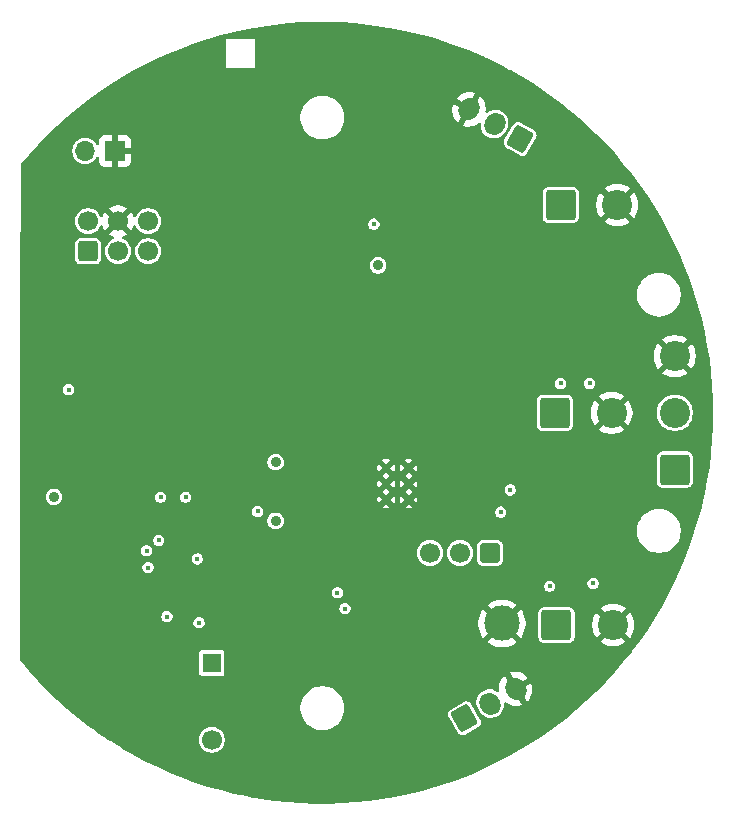
<source format=gbr>
%TF.GenerationSoftware,KiCad,Pcbnew,9.0.0-rc1*%
%TF.CreationDate,2025-03-26T15:14:04+01:00*%
%TF.ProjectId,Robobuoy-Sub-Round-v2_0,526f626f-6275-46f7-992d-5375622d526f,2.0*%
%TF.SameCoordinates,Original*%
%TF.FileFunction,Copper,L2,Inr*%
%TF.FilePolarity,Positive*%
%FSLAX46Y46*%
G04 Gerber Fmt 4.6, Leading zero omitted, Abs format (unit mm)*
G04 Created by KiCad (PCBNEW 9.0.0-rc1) date 2025-03-26 15:14:04*
%MOMM*%
%LPD*%
G01*
G04 APERTURE LIST*
G04 Aperture macros list*
%AMRoundRect*
0 Rectangle with rounded corners*
0 $1 Rounding radius*
0 $2 $3 $4 $5 $6 $7 $8 $9 X,Y pos of 4 corners*
0 Add a 4 corners polygon primitive as box body*
4,1,4,$2,$3,$4,$5,$6,$7,$8,$9,$2,$3,0*
0 Add four circle primitives for the rounded corners*
1,1,$1+$1,$2,$3*
1,1,$1+$1,$4,$5*
1,1,$1+$1,$6,$7*
1,1,$1+$1,$8,$9*
0 Add four rect primitives between the rounded corners*
20,1,$1+$1,$2,$3,$4,$5,0*
20,1,$1+$1,$4,$5,$6,$7,0*
20,1,$1+$1,$6,$7,$8,$9,0*
20,1,$1+$1,$8,$9,$2,$3,0*%
%AMHorizOval*
0 Thick line with rounded ends*
0 $1 width*
0 $2 $3 position (X,Y) of the first rounded end (center of the circle)*
0 $4 $5 position (X,Y) of the second rounded end (center of the circle)*
0 Add line between two ends*
20,1,$1,$2,$3,$4,$5,0*
0 Add two circle primitives to create the rounded ends*
1,1,$1,$2,$3*
1,1,$1,$4,$5*%
G04 Aperture macros list end*
%TA.AperFunction,ComponentPad*%
%ADD10R,1.700000X1.700000*%
%TD*%
%TA.AperFunction,ComponentPad*%
%ADD11O,1.700000X1.700000*%
%TD*%
%TA.AperFunction,ComponentPad*%
%ADD12RoundRect,0.249999X-1.025001X-1.025001X1.025001X-1.025001X1.025001X1.025001X-1.025001X1.025001X0*%
%TD*%
%TA.AperFunction,ComponentPad*%
%ADD13C,2.550000*%
%TD*%
%TA.AperFunction,ComponentPad*%
%ADD14RoundRect,0.206250X0.618750X0.618750X-0.618750X0.618750X-0.618750X-0.618750X0.618750X-0.618750X0*%
%TD*%
%TA.AperFunction,ComponentPad*%
%ADD15C,1.700000*%
%TD*%
%TA.AperFunction,ComponentPad*%
%ADD16R,1.650000X1.650000*%
%TD*%
%TA.AperFunction,ComponentPad*%
%ADD17C,3.000000*%
%TD*%
%TA.AperFunction,ComponentPad*%
%ADD18RoundRect,0.249999X1.025001X-1.025001X1.025001X1.025001X-1.025001X1.025001X-1.025001X-1.025001X0*%
%TD*%
%TA.AperFunction,HeatsinkPad*%
%ADD19C,0.500000*%
%TD*%
%TA.AperFunction,ComponentPad*%
%ADD20RoundRect,0.250000X-0.157115X-0.927868X0.882115X-0.327868X0.157115X0.927868X-0.882115X0.327868X0*%
%TD*%
%TA.AperFunction,ComponentPad*%
%ADD21HorizOval,1.700000X-0.062500X0.108253X0.062500X-0.108253X0*%
%TD*%
%TA.AperFunction,ComponentPad*%
%ADD22RoundRect,0.250000X0.882115X0.327868X-0.157115X0.927868X-0.882115X-0.327868X0.157115X-0.927868X0*%
%TD*%
%TA.AperFunction,ComponentPad*%
%ADD23HorizOval,1.700000X0.062500X0.108253X-0.062500X-0.108253X0*%
%TD*%
%TA.AperFunction,ComponentPad*%
%ADD24RoundRect,0.250000X0.600000X-0.600000X0.600000X0.600000X-0.600000X0.600000X-0.600000X-0.600000X0*%
%TD*%
%TA.AperFunction,ViaPad*%
%ADD25C,0.900000*%
%TD*%
%TA.AperFunction,ViaPad*%
%ADD26C,0.450000*%
%TD*%
%TA.AperFunction,ViaPad*%
%ADD27C,0.600000*%
%TD*%
%TA.AperFunction,ViaPad*%
%ADD28C,0.800000*%
%TD*%
G04 APERTURE END LIST*
D10*
%TO.N,GND*%
%TO.C,SW101*%
X-17539000Y22172000D03*
D11*
%TO.N,EN*%
X-20079000Y22172000D03*
%TD*%
D12*
%TO.N,Net-(J402-Pin_1)*%
%TO.C,J402*%
X19825000Y-17960000D03*
D13*
%TO.N,GND*%
X24625000Y-17960000D03*
%TD*%
D14*
%TO.N,Vbatt*%
%TO.C,SW201*%
X14206000Y-11864000D03*
D15*
%TO.N,Net-(R205-Pad1)*%
X11666000Y-11864000D03*
%TO.N,unconnected-(SW201-Pad3)*%
X9126000Y-11864000D03*
%TD*%
D16*
%TO.N,+3.3V*%
%TO.C,BZ101*%
X-9372600Y-21184800D03*
D15*
%TO.N,Net-(BZ101--)*%
X-9372600Y-27684800D03*
%TD*%
D12*
%TO.N,Vbatt*%
%TO.C,J201*%
X19685000Y0D03*
D13*
%TO.N,GND*%
X24485000Y0D03*
%TD*%
D17*
%TO.N,GND*%
%TO.C,TP203*%
X15214600Y-17830800D03*
%TD*%
D18*
%TO.N,Vbatt*%
%TO.C,J202*%
X29845000Y-4800000D03*
D13*
%TO.N,/CPU/COM*%
X29845000Y0D03*
%TO.N,GND*%
X29845000Y4800000D03*
%TD*%
D19*
%TO.N,GND*%
%TO.C,U201*%
X5400000Y-4650000D03*
X5400000Y-6000000D03*
X5400000Y-7350000D03*
X7300000Y-4650000D03*
X7300000Y-6000000D03*
X7300000Y-7350000D03*
%TD*%
D12*
%TO.N,Net-(J302-Pin_1)*%
%TO.C,J302*%
X20170000Y17600000D03*
D13*
%TO.N,GND*%
X24970001Y17600000D03*
%TD*%
D20*
%TO.N,Net-(J401-Pin_1)*%
%TO.C,J401*%
X12032437Y-25867337D03*
D21*
%TO.N,Net-(J401-Pin_2)*%
X14197501Y-24617337D03*
%TO.N,GND*%
X16362564Y-23367337D03*
%TD*%
D22*
%TO.N,Net-(J301-Pin_1)*%
%TO.C,J301*%
X16746000Y23188000D03*
D23*
%TO.N,Net-(J301-Pin_2)*%
X14580936Y24438000D03*
%TO.N,GND*%
X12415873Y25688000D03*
%TD*%
D24*
%TO.N,EN*%
%TO.C,J101*%
X-19835000Y13672500D03*
D15*
%TO.N,+3.3V*%
X-19835000Y16212500D03*
%TO.N,TX*%
X-17295000Y13672500D03*
%TO.N,GND*%
X-17295000Y16212500D03*
%TO.N,RX*%
X-14755000Y13672500D03*
%TO.N,DR0*%
X-14755000Y16212500D03*
%TD*%
D25*
%TO.N,+3.3V*%
X-3950000Y-4175000D03*
X4724400Y12483400D03*
D26*
X4368800Y15976600D03*
D25*
X-22733000Y-7112000D03*
X-3944400Y-9141262D03*
D26*
%TO.N,EN*%
X-21480000Y1960000D03*
%TO.N,GND*%
X3708400Y-11582400D03*
D25*
X1066800Y8280400D03*
D26*
X10910000Y-14000000D03*
X-4267200Y28524200D03*
X24970001Y11300000D03*
X-5606000Y-13528500D03*
X-16900000Y-11040000D03*
X-24890000Y5170000D03*
D27*
X13030200Y1244600D03*
D26*
X1830000Y-7790000D03*
X24970001Y4920000D03*
X-24890000Y-5240000D03*
D27*
X-7493000Y-5715000D03*
D26*
X-24890000Y-4020000D03*
X-24890000Y6000000D03*
X15250000Y-13590000D03*
D28*
X22098000Y508000D03*
D27*
X-24257000Y-14681200D03*
X-13970000Y1828800D03*
D26*
X27330000Y-1710000D03*
X-24890000Y-2000000D03*
X1260000Y-10670000D03*
X16020000Y-14530000D03*
D27*
X-16557800Y-962200D03*
D26*
X6470000Y-8380000D03*
X-1295400Y3276600D03*
X-24890000Y-1000000D03*
X6040000Y-18480000D03*
X-24930000Y12000000D03*
D25*
X3657600Y30911800D03*
D26*
X6780000Y-10710000D03*
X-1980000Y-7710000D03*
D25*
X-1524000Y12420600D03*
X3530600Y8255000D03*
D26*
X-24910000Y7000000D03*
X-24890000Y4000000D03*
X17272000Y-16256000D03*
D25*
X11480800Y8255000D03*
D26*
X14490000Y2600000D03*
D28*
X13311000Y-6905000D03*
D26*
X11404600Y-22733000D03*
X10970000Y-17210000D03*
X20210000Y-7100000D03*
X-5410200Y28397200D03*
X-24920000Y-7360000D03*
X-15036800Y-18491200D03*
X28280000Y-2330000D03*
D25*
X-5562600Y14681200D03*
D26*
X-22140000Y-15300000D03*
X-24890000Y3000000D03*
X-24900000Y8000000D03*
X24970001Y-7950000D03*
X-8788400Y-13589000D03*
D28*
X15730000Y17219000D03*
D26*
X-457200Y-3708400D03*
D27*
X-20345400Y-14300200D03*
D28*
X15730000Y-3228000D03*
D26*
X-20517000Y-10769600D03*
X20210000Y-5910000D03*
D27*
X-17043400Y-14300200D03*
D26*
X-24890000Y0D03*
D27*
X-24003000Y7239000D03*
D26*
X-24890000Y-6300000D03*
D27*
X-24003000Y10363200D03*
D26*
X24970001Y-12660000D03*
D25*
X11506200Y5715000D03*
D26*
X12940000Y-10990000D03*
D27*
X-19456400Y-3632200D03*
D26*
X12850000Y-9220000D03*
X6490000Y860000D03*
X4826000Y-16560800D03*
X-11900000Y-14500000D03*
D28*
X15748000Y-4318000D03*
X3030000Y4900000D03*
D26*
X-2565400Y-11734800D03*
X1240000Y-9270000D03*
X-24960000Y-8770000D03*
X-24930000Y11000000D03*
X-24930000Y10000000D03*
X-24930000Y8940000D03*
X-9525000Y27762200D03*
D27*
X-24028400Y-7416800D03*
D26*
X24970001Y13830000D03*
D28*
X18288000Y-4318000D03*
D26*
X-24890000Y2000000D03*
X-24890000Y-3000000D03*
D27*
X-19354800Y1828800D03*
D26*
X-24890000Y1000000D03*
X-21620000Y-13740000D03*
D25*
X9245600Y8255000D03*
D26*
X-25000000Y13000000D03*
D27*
X-13970000Y-3556000D03*
D26*
X-4876800Y29057600D03*
X28280000Y-2330000D03*
%TO.N,/CPU/Vsamp*%
X-14884400Y-11684000D03*
X-14757400Y-13106400D03*
%TO.N,/CPU/COM*%
X15113000Y-8407400D03*
X-5475000Y-8350000D03*
X15900400Y-6527800D03*
%TO.N,Net-(Q302-G)*%
X1270000Y-15240000D03*
X20167600Y2489200D03*
X22625000Y2500000D03*
%TO.N,Net-(Q402-G)*%
X19253200Y-14681200D03*
X1917700Y-16573500D03*
X22925000Y-14450000D03*
%TO.N,BUZZER*%
X-13843000Y-10795000D03*
X-13157200Y-17246600D03*
%TO.N,/CPU/VbatEn*%
X-13690600Y-7137400D03*
X-11582400Y-7137400D03*
%TO.N,/CPU/ESC_BB*%
X-10439400Y-17780000D03*
X-10591800Y-12369800D03*
%TD*%
%TA.AperFunction,Conductor*%
%TO.N,GND*%
G36*
X503462Y33092021D02*
G01*
X1642699Y33055058D01*
X1646926Y33054848D01*
X2784206Y32978532D01*
X2788418Y32978176D01*
X3922393Y32862595D01*
X3926549Y32862099D01*
X5055897Y32707389D01*
X5060067Y32706744D01*
X6183294Y32513108D01*
X6187481Y32512312D01*
X7303363Y32279966D01*
X7307491Y32279032D01*
X8108877Y32083044D01*
X8414674Y32008257D01*
X8418819Y32007167D01*
X8547603Y31970911D01*
X9515998Y31698283D01*
X9520026Y31697073D01*
X10605896Y31350444D01*
X10609866Y31349101D01*
X11683106Y30965148D01*
X11687060Y30963656D01*
X12576667Y30610259D01*
X12746348Y30542853D01*
X12750304Y30541202D01*
X13794399Y30084046D01*
X13798295Y30082259D01*
X13919791Y30023978D01*
X14825959Y29589293D01*
X14829753Y29587392D01*
X15282462Y29350645D01*
X15839785Y29059189D01*
X15843549Y29057137D01*
X15961337Y28990256D01*
X16834727Y28494339D01*
X16838382Y28492178D01*
X17809505Y27895463D01*
X17813088Y27893176D01*
X18763020Y27263243D01*
X18766499Y27260849D01*
X19694108Y26598448D01*
X19697518Y26595923D01*
X20520265Y25964353D01*
X20601650Y25901879D01*
X20604995Y25899218D01*
X20918677Y25640713D01*
X21484596Y25174340D01*
X21487856Y25171557D01*
X21757090Y24933589D01*
X22341866Y24416723D01*
X22344987Y24413867D01*
X23016931Y23777257D01*
X23172420Y23629944D01*
X23175480Y23626943D01*
X23975304Y22814910D01*
X23978258Y22811805D01*
X24743660Y21979007D01*
X24749530Y21972621D01*
X24752367Y21969425D01*
X25494211Y21104042D01*
X25496912Y21100777D01*
X25837245Y20674814D01*
X26208356Y20210328D01*
X26210974Y20206934D01*
X26891248Y19292383D01*
X26893746Y19288900D01*
X27541980Y18351421D01*
X27544357Y18347853D01*
X28159800Y17388528D01*
X28162052Y17384881D01*
X28743986Y16404833D01*
X28746110Y16401110D01*
X29293800Y15401575D01*
X29295794Y15397781D01*
X29808632Y14379871D01*
X29810495Y14376010D01*
X30287840Y13340992D01*
X30289567Y13337069D01*
X30730841Y12286199D01*
X30732432Y12282219D01*
X31137125Y11216716D01*
X31138578Y11212683D01*
X31506209Y10133807D01*
X31507521Y10129727D01*
X31837644Y9038788D01*
X31838814Y9034664D01*
X32131021Y7933015D01*
X32132049Y7928853D01*
X32386021Y6817692D01*
X32386903Y6813498D01*
X32602304Y5694296D01*
X32603042Y5690073D01*
X32779644Y4564017D01*
X32780234Y4559772D01*
X32917801Y3428353D01*
X32918245Y3424089D01*
X33016629Y2288556D01*
X33016925Y2284280D01*
X33076002Y1146032D01*
X33076150Y1141748D01*
X33095849Y2143D01*
X33095849Y-2143D01*
X33076150Y-1141747D01*
X33076002Y-1146031D01*
X33016925Y-2284279D01*
X33016629Y-2288555D01*
X32918245Y-3424088D01*
X32917801Y-3428352D01*
X32780234Y-4559771D01*
X32779644Y-4564016D01*
X32603042Y-5690072D01*
X32602304Y-5694295D01*
X32386903Y-6813497D01*
X32386021Y-6817691D01*
X32132049Y-7928852D01*
X32131021Y-7933014D01*
X31838814Y-9034663D01*
X31837644Y-9038787D01*
X31507521Y-10129726D01*
X31506209Y-10133806D01*
X31138578Y-11212682D01*
X31137125Y-11216715D01*
X30732432Y-12282218D01*
X30730841Y-12286198D01*
X30289567Y-13337068D01*
X30287840Y-13340991D01*
X29810495Y-14376009D01*
X29808632Y-14379870D01*
X29295794Y-15397780D01*
X29293800Y-15401574D01*
X28746110Y-16401109D01*
X28743986Y-16404832D01*
X28162052Y-17384880D01*
X28159800Y-17388527D01*
X27544357Y-18347852D01*
X27541980Y-18351420D01*
X26893746Y-19288899D01*
X26891248Y-19292382D01*
X26210974Y-20206933D01*
X26208356Y-20210327D01*
X25496928Y-21100757D01*
X25494195Y-21104060D01*
X24752375Y-21969415D01*
X24749530Y-21972620D01*
X23978259Y-22811803D01*
X23975304Y-22814909D01*
X23175480Y-23626942D01*
X23172420Y-23629943D01*
X22345008Y-24413847D01*
X22341845Y-24416741D01*
X21487856Y-25171556D01*
X21484596Y-25174339D01*
X20605004Y-25899210D01*
X20601650Y-25901878D01*
X19697535Y-26595909D01*
X19694090Y-26598460D01*
X18766525Y-27260830D01*
X18762994Y-27263260D01*
X17813103Y-27893165D01*
X17809490Y-27895472D01*
X16838399Y-28492167D01*
X16834709Y-28494348D01*
X15843549Y-29057136D01*
X15839785Y-29059188D01*
X14829771Y-29587382D01*
X14825939Y-29589302D01*
X13798295Y-30082258D01*
X13794399Y-30084045D01*
X12750304Y-30541201D01*
X12746348Y-30542852D01*
X11687088Y-30963644D01*
X11683078Y-30965157D01*
X10609911Y-31349084D01*
X10605850Y-31350458D01*
X9520064Y-31697060D01*
X9515959Y-31698293D01*
X8418819Y-32007166D01*
X8414674Y-32008256D01*
X7307517Y-32279025D01*
X7303336Y-32279971D01*
X6187493Y-32512308D01*
X6183282Y-32513109D01*
X5060100Y-32706737D01*
X5055864Y-32707393D01*
X3926599Y-32862092D01*
X3922343Y-32862600D01*
X2788448Y-32978172D01*
X2784176Y-32978533D01*
X1646953Y-33054845D01*
X1642672Y-33055058D01*
X503495Y-33092019D01*
X499209Y-33092084D01*
X-640591Y-33089650D01*
X-644877Y-33089566D01*
X-1783858Y-33047739D01*
X-1788138Y-33047508D01*
X-2925030Y-32966338D01*
X-2929299Y-32965959D01*
X-4062688Y-32845544D01*
X-4066942Y-32845018D01*
X-5195536Y-32685497D01*
X-5199770Y-32684823D01*
X-6322123Y-32486398D01*
X-6326330Y-32485579D01*
X-7441171Y-32248476D01*
X-7445348Y-32247512D01*
X-8551337Y-31972018D01*
X-8555478Y-31970910D01*
X-9651269Y-31657357D01*
X-9655369Y-31656107D01*
X-10739682Y-31304864D01*
X-10743736Y-31303473D01*
X-11815270Y-30914959D01*
X-11819274Y-30913428D01*
X-12876710Y-30488122D01*
X-12880659Y-30486454D01*
X-13922779Y-30024848D01*
X-13926667Y-30023045D01*
X-14952220Y-29525691D01*
X-14956044Y-29523754D01*
X-15835223Y-29059188D01*
X-15963790Y-28991252D01*
X-15967536Y-28989189D01*
X-16956261Y-28422183D01*
X-16959942Y-28419987D01*
X-17928488Y-27819141D01*
X-17932091Y-27816819D01*
X-18112059Y-27696366D01*
X-18258745Y-27598189D01*
X-10473100Y-27598189D01*
X-10473100Y-27771410D01*
X-10453629Y-27894350D01*
X-10446002Y-27942501D01*
X-10392473Y-28107245D01*
X-10313832Y-28261588D01*
X-10212014Y-28401728D01*
X-10089528Y-28524214D01*
X-9949388Y-28626032D01*
X-9795045Y-28704673D01*
X-9630301Y-28758202D01*
X-9459211Y-28785300D01*
X-9459210Y-28785300D01*
X-9285990Y-28785300D01*
X-9285989Y-28785300D01*
X-9114899Y-28758202D01*
X-8950155Y-28704673D01*
X-8795812Y-28626032D01*
X-8655672Y-28524214D01*
X-8533186Y-28401728D01*
X-8431368Y-28261588D01*
X-8352727Y-28107245D01*
X-8299198Y-27942501D01*
X-8272100Y-27771411D01*
X-8272100Y-27598189D01*
X-8299198Y-27427099D01*
X-8352727Y-27262355D01*
X-8431368Y-27108012D01*
X-8533186Y-26967872D01*
X-8655672Y-26845386D01*
X-8795812Y-26743568D01*
X-8950155Y-26664927D01*
X-9114899Y-26611398D01*
X-9114901Y-26611397D01*
X-9114902Y-26611397D01*
X-9246329Y-26590581D01*
X-9285989Y-26584300D01*
X-9459211Y-26584300D01*
X-9498872Y-26590581D01*
X-9630298Y-26611397D01*
X-9795048Y-26664928D01*
X-9949389Y-26743568D01*
X-10029344Y-26801659D01*
X-10089528Y-26845386D01*
X-10089530Y-26845388D01*
X-10089531Y-26845388D01*
X-10212012Y-26967869D01*
X-10212012Y-26967870D01*
X-10212014Y-26967872D01*
X-10255741Y-27028056D01*
X-10313832Y-27108011D01*
X-10392472Y-27262352D01*
X-10446003Y-27427102D01*
X-10473100Y-27598189D01*
X-18258745Y-27598189D01*
X-18879315Y-27182840D01*
X-18882835Y-27180394D01*
X-19177773Y-26967872D01*
X-19807548Y-26514077D01*
X-19810938Y-26511545D01*
X-20712118Y-25813629D01*
X-20715461Y-25810946D01*
X-21591932Y-25082339D01*
X-21595180Y-25079542D01*
X-21721176Y-24967216D01*
X-21721182Y-24967211D01*
X-21820452Y-24878711D01*
X-1850500Y-24878711D01*
X-1850500Y-25121288D01*
X-1818839Y-25361785D01*
X-1756053Y-25596104D01*
X-1663227Y-25820205D01*
X-1663223Y-25820214D01*
X-1658084Y-25829115D01*
X-1541936Y-26030289D01*
X-1541934Y-26030292D01*
X-1541933Y-26030293D01*
X-1394267Y-26222736D01*
X-1394261Y-26222743D01*
X-1222744Y-26394260D01*
X-1222738Y-26394265D01*
X-1030289Y-26541936D01*
X-820212Y-26663224D01*
X-596100Y-26756054D01*
X-361789Y-26818838D01*
X-181414Y-26842584D01*
X-121289Y-26850500D01*
X-121288Y-26850500D01*
X121289Y-26850500D01*
X169388Y-26844167D01*
X361789Y-26818838D01*
X596100Y-26756054D01*
X820212Y-26663224D01*
X1030289Y-26541936D01*
X1222738Y-26394265D01*
X1394265Y-26222738D01*
X1541936Y-26030289D01*
X1663224Y-25820212D01*
X1756054Y-25596100D01*
X1768004Y-25551501D01*
X10644817Y-25551501D01*
X10644818Y-25551503D01*
X10668683Y-25693426D01*
X10692942Y-25748263D01*
X11465812Y-27086912D01*
X11465814Y-27086916D01*
X11501167Y-27135333D01*
X11501173Y-27135339D01*
X11612146Y-27226966D01*
X11612147Y-27226966D01*
X11612149Y-27226968D01*
X11744451Y-27283622D01*
X11887355Y-27300710D01*
X12029284Y-27276842D01*
X12084113Y-27252588D01*
X13206260Y-26604714D01*
X13254681Y-26569359D01*
X13346315Y-26458379D01*
X13402969Y-26326076D01*
X13420056Y-26183172D01*
X13396189Y-26041243D01*
X13371934Y-25986415D01*
X12599061Y-24647761D01*
X12599059Y-24647757D01*
X12563706Y-24599340D01*
X12563705Y-24599339D01*
X12557557Y-24594263D01*
X12452725Y-24507706D01*
X12388459Y-24480186D01*
X13031476Y-24480186D01*
X13031476Y-24480193D01*
X13040542Y-24653168D01*
X13040542Y-24653172D01*
X13040543Y-24653173D01*
X13066224Y-24773998D01*
X13076557Y-24822609D01*
X13138634Y-24984326D01*
X13138637Y-24984331D01*
X13350244Y-25350845D01*
X13350249Y-25350852D01*
X13459260Y-25485468D01*
X13582129Y-25596100D01*
X13587988Y-25601375D01*
X13733265Y-25695720D01*
X13733268Y-25695721D01*
X13733271Y-25695723D01*
X13785645Y-25719040D01*
X13891512Y-25766175D01*
X14058831Y-25811008D01*
X14231105Y-25829115D01*
X14404090Y-25820049D01*
X14573527Y-25784034D01*
X14735245Y-25721956D01*
X14885259Y-25635345D01*
X15019878Y-25526333D01*
X15135786Y-25397603D01*
X15230131Y-25252326D01*
X15300586Y-25094079D01*
X15345419Y-24926760D01*
X15363526Y-24754487D01*
X15356195Y-24614626D01*
X15372343Y-24546649D01*
X15422680Y-24498193D01*
X15491223Y-24484643D01*
X15556211Y-24510301D01*
X15562997Y-24515986D01*
X15600693Y-24549928D01*
X15600698Y-24549932D01*
X15778904Y-24665659D01*
X15973036Y-24752092D01*
X16178281Y-24807087D01*
X16389618Y-24829299D01*
X16601815Y-24818179D01*
X16601824Y-24818178D01*
X16809675Y-24773998D01*
X16872172Y-24750006D01*
X16872172Y-24750005D01*
X16348131Y-23842337D01*
X16425099Y-23842337D01*
X16545907Y-23809967D01*
X16654221Y-23747432D01*
X16742659Y-23658994D01*
X16781142Y-23592338D01*
X17305184Y-24500005D01*
X17305185Y-24500005D01*
X17357219Y-24457870D01*
X17499401Y-24299961D01*
X17499405Y-24299956D01*
X17615133Y-24121749D01*
X17701565Y-23927620D01*
X17756561Y-23722372D01*
X17778773Y-23511041D01*
X17778773Y-23511032D01*
X17767653Y-23298838D01*
X17767652Y-23298829D01*
X17723473Y-23090984D01*
X17654126Y-22910328D01*
X17654125Y-22910327D01*
X16837564Y-23381768D01*
X16837564Y-23304802D01*
X16805194Y-23183994D01*
X16742659Y-23075680D01*
X16654221Y-22987242D01*
X16587563Y-22948757D01*
X17404124Y-22477316D01*
X17404124Y-22477315D01*
X17282344Y-22326929D01*
X17124434Y-22184747D01*
X17124429Y-22184742D01*
X16946222Y-22069014D01*
X16752094Y-21982582D01*
X16752095Y-21982582D01*
X16546840Y-21927584D01*
X16335509Y-21905374D01*
X16123312Y-21916494D01*
X16123303Y-21916495D01*
X15915460Y-21960674D01*
X15852953Y-21984667D01*
X16376997Y-22892337D01*
X16300029Y-22892337D01*
X16179221Y-22924707D01*
X16070907Y-22987242D01*
X15982469Y-23075680D01*
X15943985Y-23142336D01*
X15419942Y-22234667D01*
X15419941Y-22234666D01*
X15367912Y-22276800D01*
X15225726Y-22434713D01*
X15225722Y-22434718D01*
X15109994Y-22612925D01*
X15023562Y-22807053D01*
X14968564Y-23012307D01*
X14946354Y-23223633D01*
X14946354Y-23223642D01*
X14957474Y-23435835D01*
X14968022Y-23485458D01*
X14962705Y-23555125D01*
X14920567Y-23610858D01*
X14854987Y-23634963D01*
X14786786Y-23619786D01*
X14779196Y-23615233D01*
X14661741Y-23538957D01*
X14660409Y-23538364D01*
X14503490Y-23468499D01*
X14503488Y-23468498D01*
X14503489Y-23468498D01*
X14336175Y-23423667D01*
X14336174Y-23423666D01*
X14336171Y-23423666D01*
X14163897Y-23405559D01*
X14163895Y-23405559D01*
X13990916Y-23414625D01*
X13990907Y-23414627D01*
X13821475Y-23450640D01*
X13659758Y-23512717D01*
X13659753Y-23512720D01*
X13509745Y-23599327D01*
X13509738Y-23599332D01*
X13375122Y-23708343D01*
X13259218Y-23837068D01*
X13259213Y-23837073D01*
X13164874Y-23982344D01*
X13094415Y-24140596D01*
X13065008Y-24250347D01*
X13049583Y-24307914D01*
X13039495Y-24403895D01*
X13031476Y-24480186D01*
X12388459Y-24480186D01*
X12320423Y-24451052D01*
X12320420Y-24451051D01*
X12320421Y-24451051D01*
X12177518Y-24433963D01*
X12177517Y-24433964D01*
X12035593Y-24457831D01*
X12035591Y-24457831D01*
X12035590Y-24457832D01*
X12017313Y-24465916D01*
X11980755Y-24482088D01*
X10858614Y-25129959D01*
X10858610Y-25129961D01*
X10810194Y-25165314D01*
X10810190Y-25165318D01*
X10718560Y-25276292D01*
X10661905Y-25408598D01*
X10644817Y-25551501D01*
X1768004Y-25551501D01*
X1818838Y-25361789D01*
X1850500Y-25121288D01*
X1850500Y-24878712D01*
X1818838Y-24638211D01*
X1756054Y-24403900D01*
X1663224Y-24179788D01*
X1541936Y-23969711D01*
X1444199Y-23842337D01*
X1394266Y-23777263D01*
X1394260Y-23777256D01*
X1222743Y-23605739D01*
X1222736Y-23605733D01*
X1030293Y-23458067D01*
X1030292Y-23458066D01*
X1030289Y-23458064D01*
X820212Y-23336776D01*
X743020Y-23304802D01*
X596104Y-23243947D01*
X361785Y-23181161D01*
X121289Y-23149500D01*
X121288Y-23149500D01*
X-121288Y-23149500D01*
X-121289Y-23149500D01*
X-361786Y-23181161D01*
X-596105Y-23243947D01*
X-820206Y-23336773D01*
X-820215Y-23336777D01*
X-1030294Y-23458067D01*
X-1222737Y-23605733D01*
X-1222744Y-23605739D01*
X-1394261Y-23777256D01*
X-1394267Y-23777263D01*
X-1541933Y-23969706D01*
X-1663223Y-24179785D01*
X-1663227Y-24179794D01*
X-1756053Y-24403895D01*
X-1818839Y-24638214D01*
X-1850500Y-24878711D01*
X-21820452Y-24878711D01*
X-22445964Y-24321061D01*
X-22449113Y-24318154D01*
X-23273156Y-23530735D01*
X-23276204Y-23527720D01*
X-24072552Y-22712277D01*
X-24075493Y-22709159D01*
X-24737568Y-21982582D01*
X-24843164Y-21866698D01*
X-24845989Y-21863489D01*
X-25553605Y-21030861D01*
X-25582019Y-20967030D01*
X-25583118Y-20950579D01*
X-25583212Y-20335121D01*
X-10448100Y-20335121D01*
X-10448100Y-22034478D01*
X-10433568Y-22107535D01*
X-10433567Y-22107539D01*
X-10433566Y-22107540D01*
X-10378201Y-22190401D01*
X-10311951Y-22234667D01*
X-10295340Y-22245766D01*
X-10295336Y-22245767D01*
X-10222279Y-22260299D01*
X-10222276Y-22260300D01*
X-10222274Y-22260300D01*
X-8522924Y-22260300D01*
X-8522923Y-22260299D01*
X-8449860Y-22245766D01*
X-8366999Y-22190401D01*
X-8311634Y-22107540D01*
X-8297100Y-22034474D01*
X-8297100Y-20335126D01*
X-8297100Y-20335123D01*
X-8297101Y-20335121D01*
X-8311633Y-20262064D01*
X-8311634Y-20262060D01*
X-8366999Y-20179199D01*
X-8449860Y-20123834D01*
X-8449861Y-20123833D01*
X-8449865Y-20123832D01*
X-8522923Y-20109300D01*
X-8522926Y-20109300D01*
X-10222274Y-20109300D01*
X-10222277Y-20109300D01*
X-10295336Y-20123832D01*
X-10295340Y-20123833D01*
X-10378201Y-20179199D01*
X-10433567Y-20262060D01*
X-10433568Y-20262064D01*
X-10448100Y-20335121D01*
X-25583212Y-20335121D01*
X-25583692Y-17183999D01*
X-13632700Y-17183999D01*
X-13632700Y-17309201D01*
X-13600295Y-17430136D01*
X-13537695Y-17538564D01*
X-13449164Y-17627095D01*
X-13340736Y-17689695D01*
X-13219801Y-17722100D01*
X-13219799Y-17722100D01*
X-13094601Y-17722100D01*
X-13094599Y-17722100D01*
X-13077055Y-17717399D01*
X-10914900Y-17717399D01*
X-10914900Y-17842601D01*
X-10882495Y-17963536D01*
X-10819895Y-18071964D01*
X-10731364Y-18160495D01*
X-10622936Y-18223095D01*
X-10502001Y-18255500D01*
X-10501999Y-18255500D01*
X-10376801Y-18255500D01*
X-10376799Y-18255500D01*
X-10255864Y-18223095D01*
X-10147436Y-18160495D01*
X-10058905Y-18071964D01*
X-9996305Y-17963536D01*
X-9963900Y-17842601D01*
X-9963900Y-17717399D01*
X-9968641Y-17699705D01*
X13214600Y-17699705D01*
X13214600Y-17961894D01*
X13248820Y-18221809D01*
X13248822Y-18221820D01*
X13316675Y-18475055D01*
X13417004Y-18717271D01*
X13417009Y-18717282D01*
X13548088Y-18944316D01*
X13548094Y-18944324D01*
X13634680Y-19057165D01*
X14537021Y-18154824D01*
X14549959Y-18186058D01*
X14632037Y-18308897D01*
X14736503Y-18413363D01*
X14859342Y-18495441D01*
X14890574Y-18508377D01*
X13988233Y-19410717D01*
X13988233Y-19410718D01*
X14101075Y-19497305D01*
X14101083Y-19497311D01*
X14328117Y-19628390D01*
X14328128Y-19628395D01*
X14570344Y-19728724D01*
X14823579Y-19796577D01*
X14823590Y-19796579D01*
X15083505Y-19830799D01*
X15083520Y-19830800D01*
X15345680Y-19830800D01*
X15345694Y-19830799D01*
X15605609Y-19796579D01*
X15605620Y-19796577D01*
X15858855Y-19728724D01*
X16101071Y-19628395D01*
X16101082Y-19628390D01*
X16328116Y-19497311D01*
X16328134Y-19497299D01*
X16440965Y-19410719D01*
X16440965Y-19410717D01*
X15538625Y-18508378D01*
X15569858Y-18495441D01*
X15692697Y-18413363D01*
X15797163Y-18308897D01*
X15879241Y-18186058D01*
X15892177Y-18154825D01*
X16794517Y-19057165D01*
X16794519Y-19057165D01*
X16881099Y-18944334D01*
X16881111Y-18944316D01*
X17012190Y-18717282D01*
X17012195Y-18717271D01*
X17112524Y-18475055D01*
X17180377Y-18221820D01*
X17180379Y-18221809D01*
X17214599Y-17961894D01*
X17214600Y-17961880D01*
X17214600Y-17699719D01*
X17214599Y-17699705D01*
X17180379Y-17439790D01*
X17180377Y-17439779D01*
X17112524Y-17186544D01*
X17012195Y-16944328D01*
X17012190Y-16944318D01*
X16979175Y-16887134D01*
X18299500Y-16887134D01*
X18299500Y-19032865D01*
X18299501Y-19032884D01*
X18305908Y-19092481D01*
X18305910Y-19092488D01*
X18356202Y-19227328D01*
X18356203Y-19227330D01*
X18356204Y-19227331D01*
X18442453Y-19342547D01*
X18533521Y-19410719D01*
X18557669Y-19428796D01*
X18557671Y-19428797D01*
X18645696Y-19461628D01*
X18692516Y-19479091D01*
X18752126Y-19485500D01*
X18752135Y-19485500D01*
X20897865Y-19485500D01*
X20897874Y-19485500D01*
X20957484Y-19479091D01*
X21092331Y-19428796D01*
X21207547Y-19342547D01*
X21247707Y-19288899D01*
X21271449Y-19257184D01*
X21280566Y-19245003D01*
X21293796Y-19227331D01*
X21344091Y-19092484D01*
X21350500Y-19032874D01*
X21350500Y-17843659D01*
X22850000Y-17843659D01*
X22850000Y-18076340D01*
X22880369Y-18307024D01*
X22940592Y-18531779D01*
X23029632Y-18746740D01*
X23029636Y-18746750D01*
X23145970Y-18948248D01*
X23205551Y-19025894D01*
X23928287Y-18303158D01*
X23938204Y-18327100D01*
X24023018Y-18454034D01*
X24130966Y-18561982D01*
X24257900Y-18646796D01*
X24281839Y-18656712D01*
X23559104Y-19379446D01*
X23559104Y-19379447D01*
X23636752Y-19439029D01*
X23838249Y-19555363D01*
X23838259Y-19555367D01*
X24053220Y-19644407D01*
X24277975Y-19704630D01*
X24508659Y-19735000D01*
X24741341Y-19735000D01*
X24972024Y-19704630D01*
X25196779Y-19644407D01*
X25411740Y-19555367D01*
X25411750Y-19555363D01*
X25613255Y-19439024D01*
X25690894Y-19379447D01*
X25690894Y-19379446D01*
X24968159Y-18656712D01*
X24992100Y-18646796D01*
X25119034Y-18561982D01*
X25226982Y-18454034D01*
X25311796Y-18327100D01*
X25321712Y-18303159D01*
X26044446Y-19025894D01*
X26044447Y-19025894D01*
X26104024Y-18948255D01*
X26220363Y-18746750D01*
X26220367Y-18746740D01*
X26309407Y-18531779D01*
X26369630Y-18307024D01*
X26400000Y-18076340D01*
X26400000Y-17843659D01*
X26369630Y-17612975D01*
X26309407Y-17388220D01*
X26220367Y-17173259D01*
X26220363Y-17173249D01*
X26104029Y-16971752D01*
X26044447Y-16894104D01*
X26044446Y-16894104D01*
X25321711Y-17616839D01*
X25311796Y-17592900D01*
X25226982Y-17465966D01*
X25119034Y-17358018D01*
X24992100Y-17273204D01*
X24968158Y-17263286D01*
X25690894Y-16540551D01*
X25613248Y-16480970D01*
X25411750Y-16364636D01*
X25411740Y-16364632D01*
X25196779Y-16275592D01*
X24972024Y-16215369D01*
X24741341Y-16185000D01*
X24508659Y-16185000D01*
X24277975Y-16215369D01*
X24053220Y-16275592D01*
X23838259Y-16364632D01*
X23838249Y-16364636D01*
X23636747Y-16480973D01*
X23559104Y-16540550D01*
X23559104Y-16540551D01*
X24281840Y-17263287D01*
X24257900Y-17273204D01*
X24130966Y-17358018D01*
X24023018Y-17465966D01*
X23938204Y-17592900D01*
X23928287Y-17616840D01*
X23205551Y-16894104D01*
X23205550Y-16894104D01*
X23145973Y-16971747D01*
X23029636Y-17173249D01*
X23029632Y-17173259D01*
X22940592Y-17388220D01*
X22880369Y-17612975D01*
X22850000Y-17843659D01*
X21350500Y-17843659D01*
X21350500Y-16887126D01*
X21344091Y-16827516D01*
X21323049Y-16771100D01*
X21293797Y-16692671D01*
X21293796Y-16692669D01*
X21271447Y-16662814D01*
X21251450Y-16636101D01*
X21207547Y-16577453D01*
X21092331Y-16491204D01*
X21092330Y-16491203D01*
X21092328Y-16491202D01*
X20957488Y-16440910D01*
X20957481Y-16440908D01*
X20897884Y-16434501D01*
X20897882Y-16434500D01*
X20897874Y-16434500D01*
X18752126Y-16434500D01*
X18752118Y-16434500D01*
X18752115Y-16434501D01*
X18692518Y-16440908D01*
X18692511Y-16440910D01*
X18557671Y-16491202D01*
X18557669Y-16491203D01*
X18442453Y-16577453D01*
X18356203Y-16692669D01*
X18356202Y-16692671D01*
X18305910Y-16827511D01*
X18305908Y-16827518D01*
X18299501Y-16887115D01*
X18299500Y-16887134D01*
X16979175Y-16887134D01*
X16881111Y-16717283D01*
X16881105Y-16717275D01*
X16794518Y-16604433D01*
X16794517Y-16604433D01*
X15892177Y-17506773D01*
X15879241Y-17475542D01*
X15797163Y-17352703D01*
X15692697Y-17248237D01*
X15569858Y-17166159D01*
X15538623Y-17153221D01*
X16440965Y-16250880D01*
X16328124Y-16164294D01*
X16328116Y-16164288D01*
X16101082Y-16033209D01*
X16101071Y-16033204D01*
X15858855Y-15932875D01*
X15605620Y-15865022D01*
X15605609Y-15865020D01*
X15345694Y-15830800D01*
X15083505Y-15830800D01*
X14823590Y-15865020D01*
X14823579Y-15865022D01*
X14570344Y-15932875D01*
X14328128Y-16033204D01*
X14328117Y-16033209D01*
X14101071Y-16164296D01*
X13988233Y-16250879D01*
X13988233Y-16250880D01*
X14890574Y-17153221D01*
X14859342Y-17166159D01*
X14736503Y-17248237D01*
X14632037Y-17352703D01*
X14549959Y-17475542D01*
X14537021Y-17506774D01*
X13634680Y-16604433D01*
X13634679Y-16604433D01*
X13548096Y-16717271D01*
X13417009Y-16944317D01*
X13417004Y-16944328D01*
X13316675Y-17186544D01*
X13248822Y-17439779D01*
X13248820Y-17439790D01*
X13214600Y-17699705D01*
X-9968641Y-17699705D01*
X-9996305Y-17596464D01*
X-10058905Y-17488036D01*
X-10147436Y-17399505D01*
X-10255864Y-17336905D01*
X-10255863Y-17336905D01*
X-10296176Y-17326103D01*
X-10376799Y-17304500D01*
X-10502001Y-17304500D01*
X-10582625Y-17326103D01*
X-10622937Y-17336905D01*
X-10731363Y-17399504D01*
X-10731366Y-17399506D01*
X-10819894Y-17488034D01*
X-10819896Y-17488037D01*
X-10882495Y-17596463D01*
X-10882495Y-17596464D01*
X-10914900Y-17717399D01*
X-13077055Y-17717399D01*
X-12973664Y-17689695D01*
X-12865236Y-17627095D01*
X-12776705Y-17538564D01*
X-12714105Y-17430136D01*
X-12681700Y-17309201D01*
X-12681700Y-17183999D01*
X-12714105Y-17063064D01*
X-12776705Y-16954636D01*
X-12865236Y-16866105D01*
X-12973664Y-16803505D01*
X-12973663Y-16803505D01*
X-13013976Y-16792703D01*
X-13094599Y-16771100D01*
X-13219801Y-16771100D01*
X-13300425Y-16792703D01*
X-13340737Y-16803505D01*
X-13449163Y-16866104D01*
X-13449166Y-16866106D01*
X-13537694Y-16954634D01*
X-13537696Y-16954637D01*
X-13600295Y-17063063D01*
X-13612770Y-17109622D01*
X-13632700Y-17183999D01*
X-25583692Y-17183999D01*
X-25583794Y-16510899D01*
X1442200Y-16510899D01*
X1442200Y-16636101D01*
X1474605Y-16757036D01*
X1537205Y-16865464D01*
X1625736Y-16953995D01*
X1734164Y-17016595D01*
X1855099Y-17049000D01*
X1855101Y-17049000D01*
X1980299Y-17049000D01*
X1980301Y-17049000D01*
X2101236Y-17016595D01*
X2209664Y-16953995D01*
X2298195Y-16865464D01*
X2360795Y-16757036D01*
X2393200Y-16636101D01*
X2393200Y-16510899D01*
X2360795Y-16389964D01*
X2358432Y-16385872D01*
X2343976Y-16360831D01*
X2298197Y-16281539D01*
X2298196Y-16281537D01*
X2298195Y-16281536D01*
X2209664Y-16193005D01*
X2101236Y-16130405D01*
X2101237Y-16130405D01*
X2060924Y-16119603D01*
X1980301Y-16098000D01*
X1855099Y-16098000D01*
X1774475Y-16119603D01*
X1734163Y-16130405D01*
X1625737Y-16193004D01*
X1625734Y-16193006D01*
X1537206Y-16281534D01*
X1537204Y-16281537D01*
X1474605Y-16389963D01*
X1471112Y-16403000D01*
X1442200Y-16510899D01*
X-25583794Y-16510899D01*
X-25583997Y-15177399D01*
X794500Y-15177399D01*
X794500Y-15302601D01*
X826905Y-15423536D01*
X889505Y-15531964D01*
X978036Y-15620495D01*
X1086464Y-15683095D01*
X1207399Y-15715500D01*
X1207401Y-15715500D01*
X1332599Y-15715500D01*
X1332601Y-15715500D01*
X1453536Y-15683095D01*
X1561964Y-15620495D01*
X1650495Y-15531964D01*
X1713095Y-15423536D01*
X1745500Y-15302601D01*
X1745500Y-15177399D01*
X1713095Y-15056464D01*
X1650495Y-14948036D01*
X1561964Y-14859505D01*
X1453536Y-14796905D01*
X1453537Y-14796905D01*
X1413224Y-14786103D01*
X1332601Y-14764500D01*
X1207399Y-14764500D01*
X1126775Y-14786103D01*
X1086463Y-14796905D01*
X978037Y-14859504D01*
X978034Y-14859506D01*
X889506Y-14948034D01*
X889504Y-14948037D01*
X826905Y-15056463D01*
X826905Y-15056464D01*
X794500Y-15177399D01*
X-25583997Y-15177399D01*
X-25584082Y-14618599D01*
X18777700Y-14618599D01*
X18777700Y-14743801D01*
X18810105Y-14864736D01*
X18872705Y-14973164D01*
X18961236Y-15061695D01*
X19069664Y-15124295D01*
X19190599Y-15156700D01*
X19190601Y-15156700D01*
X19315799Y-15156700D01*
X19315801Y-15156700D01*
X19436736Y-15124295D01*
X19545164Y-15061695D01*
X19633695Y-14973164D01*
X19696295Y-14864736D01*
X19728700Y-14743801D01*
X19728700Y-14618599D01*
X19696295Y-14497664D01*
X19633695Y-14389236D01*
X19631858Y-14387399D01*
X22449500Y-14387399D01*
X22449500Y-14512601D01*
X22481905Y-14633536D01*
X22544505Y-14741964D01*
X22633036Y-14830495D01*
X22741464Y-14893095D01*
X22862399Y-14925500D01*
X22862401Y-14925500D01*
X22987599Y-14925500D01*
X22987601Y-14925500D01*
X23108536Y-14893095D01*
X23216964Y-14830495D01*
X23305495Y-14741964D01*
X23368095Y-14633536D01*
X23400500Y-14512601D01*
X23400500Y-14387399D01*
X23368095Y-14266464D01*
X23305495Y-14158036D01*
X23216964Y-14069505D01*
X23108536Y-14006905D01*
X23108537Y-14006905D01*
X23068224Y-13996103D01*
X22987601Y-13974500D01*
X22862399Y-13974500D01*
X22781775Y-13996103D01*
X22741463Y-14006905D01*
X22633037Y-14069504D01*
X22633034Y-14069506D01*
X22544506Y-14158034D01*
X22544504Y-14158037D01*
X22481905Y-14266463D01*
X22481905Y-14266464D01*
X22449500Y-14387399D01*
X19631858Y-14387399D01*
X19545164Y-14300705D01*
X19436736Y-14238105D01*
X19436737Y-14238105D01*
X19396424Y-14227303D01*
X19315801Y-14205700D01*
X19190599Y-14205700D01*
X19109975Y-14227303D01*
X19069663Y-14238105D01*
X18961237Y-14300704D01*
X18961234Y-14300706D01*
X18872706Y-14389234D01*
X18872704Y-14389237D01*
X18810105Y-14497663D01*
X18793902Y-14558131D01*
X18777700Y-14618599D01*
X-25584082Y-14618599D01*
X-25584322Y-13043799D01*
X-15232900Y-13043799D01*
X-15232900Y-13169001D01*
X-15200495Y-13289936D01*
X-15137895Y-13398364D01*
X-15049364Y-13486895D01*
X-14940936Y-13549495D01*
X-14820001Y-13581900D01*
X-14819999Y-13581900D01*
X-14694801Y-13581900D01*
X-14694799Y-13581900D01*
X-14573864Y-13549495D01*
X-14465436Y-13486895D01*
X-14376905Y-13398364D01*
X-14314305Y-13289936D01*
X-14281900Y-13169001D01*
X-14281900Y-13043799D01*
X-14314305Y-12922864D01*
X-14376905Y-12814436D01*
X-14465436Y-12725905D01*
X-14573864Y-12663305D01*
X-14573863Y-12663305D01*
X-14614176Y-12652503D01*
X-14694799Y-12630900D01*
X-14820001Y-12630900D01*
X-14900625Y-12652503D01*
X-14940937Y-12663305D01*
X-15049363Y-12725904D01*
X-15049366Y-12725906D01*
X-15137894Y-12814434D01*
X-15137896Y-12814437D01*
X-15200495Y-12922863D01*
X-15200495Y-12922864D01*
X-15232900Y-13043799D01*
X-25584322Y-13043799D01*
X-25584434Y-12307199D01*
X-11067300Y-12307199D01*
X-11067300Y-12432401D01*
X-11034895Y-12553336D01*
X-10972295Y-12661764D01*
X-10883764Y-12750295D01*
X-10775336Y-12812895D01*
X-10654401Y-12845300D01*
X-10654399Y-12845300D01*
X-10529201Y-12845300D01*
X-10529199Y-12845300D01*
X-10408264Y-12812895D01*
X-10299836Y-12750295D01*
X-10211305Y-12661764D01*
X-10148705Y-12553336D01*
X-10116300Y-12432401D01*
X-10116300Y-12307199D01*
X-10148705Y-12186264D01*
X-10211305Y-12077836D01*
X-10299836Y-11989305D01*
X-10408264Y-11926705D01*
X-10408263Y-11926705D01*
X-10468732Y-11910502D01*
X-10529199Y-11894300D01*
X-10654401Y-11894300D01*
X-10735025Y-11915903D01*
X-10775337Y-11926705D01*
X-10883763Y-11989304D01*
X-10883766Y-11989306D01*
X-10972294Y-12077834D01*
X-10972296Y-12077837D01*
X-11034895Y-12186263D01*
X-11034895Y-12186264D01*
X-11067300Y-12307199D01*
X-25584434Y-12307199D01*
X-25584538Y-11621399D01*
X-15359900Y-11621399D01*
X-15359900Y-11746601D01*
X-15327495Y-11867536D01*
X-15264895Y-11975964D01*
X-15176364Y-12064495D01*
X-15067936Y-12127095D01*
X-14947001Y-12159500D01*
X-14946999Y-12159500D01*
X-14821801Y-12159500D01*
X-14821799Y-12159500D01*
X-14700864Y-12127095D01*
X-14592436Y-12064495D01*
X-14503905Y-11975964D01*
X-14441305Y-11867536D01*
X-14417150Y-11777389D01*
X8025500Y-11777389D01*
X8025500Y-11950610D01*
X8045650Y-12077837D01*
X8052598Y-12121701D01*
X8106127Y-12286445D01*
X8184768Y-12440788D01*
X8286586Y-12580928D01*
X8409072Y-12703414D01*
X8549212Y-12805232D01*
X8703555Y-12883873D01*
X8868299Y-12937402D01*
X9039389Y-12964500D01*
X9039390Y-12964500D01*
X9212610Y-12964500D01*
X9212611Y-12964500D01*
X9383701Y-12937402D01*
X9548445Y-12883873D01*
X9702788Y-12805232D01*
X9842928Y-12703414D01*
X9965414Y-12580928D01*
X10067232Y-12440788D01*
X10145873Y-12286445D01*
X10199402Y-12121701D01*
X10226500Y-11950611D01*
X10226500Y-11777389D01*
X10565500Y-11777389D01*
X10565500Y-11950610D01*
X10585650Y-12077837D01*
X10592598Y-12121701D01*
X10646127Y-12286445D01*
X10724768Y-12440788D01*
X10826586Y-12580928D01*
X10949072Y-12703414D01*
X11089212Y-12805232D01*
X11243555Y-12883873D01*
X11408299Y-12937402D01*
X11579389Y-12964500D01*
X11579390Y-12964500D01*
X11752610Y-12964500D01*
X11752611Y-12964500D01*
X11923701Y-12937402D01*
X12088445Y-12883873D01*
X12242788Y-12805232D01*
X12382928Y-12703414D01*
X12505414Y-12580928D01*
X12607232Y-12440788D01*
X12685873Y-12286445D01*
X12739402Y-12121701D01*
X12766500Y-11950611D01*
X12766500Y-11777389D01*
X12739402Y-11606299D01*
X12685873Y-11441555D01*
X12607232Y-11287212D01*
X12536772Y-11190232D01*
X13130500Y-11190232D01*
X13130500Y-12537767D01*
X13133393Y-12568619D01*
X13133393Y-12568623D01*
X13178868Y-12698585D01*
X13260630Y-12809369D01*
X13361577Y-12883871D01*
X13371414Y-12891131D01*
X13501376Y-12936606D01*
X13509864Y-12937402D01*
X13532232Y-12939500D01*
X13532236Y-12939500D01*
X14879768Y-12939500D01*
X14893479Y-12938213D01*
X14910624Y-12936606D01*
X15040586Y-12891131D01*
X15151369Y-12809369D01*
X15233131Y-12698586D01*
X15278606Y-12568624D01*
X15281500Y-12537764D01*
X15281500Y-11190236D01*
X15278606Y-11159376D01*
X15233131Y-11029414D01*
X15195581Y-10978536D01*
X15151369Y-10918630D01*
X15040585Y-10836868D01*
X14910621Y-10791393D01*
X14879768Y-10788500D01*
X14879764Y-10788500D01*
X13532236Y-10788500D01*
X13532232Y-10788500D01*
X13501380Y-10791393D01*
X13501376Y-10791393D01*
X13371414Y-10836868D01*
X13260630Y-10918630D01*
X13178868Y-11029414D01*
X13133393Y-11159376D01*
X13133393Y-11159380D01*
X13130500Y-11190232D01*
X12536772Y-11190232D01*
X12505414Y-11147072D01*
X12382928Y-11024586D01*
X12242788Y-10922768D01*
X12088445Y-10844127D01*
X11923701Y-10790598D01*
X11923699Y-10790597D01*
X11923698Y-10790597D01*
X11792271Y-10769781D01*
X11752611Y-10763500D01*
X11579389Y-10763500D01*
X11539728Y-10769781D01*
X11408302Y-10790597D01*
X11243552Y-10844128D01*
X11089211Y-10922768D01*
X11012454Y-10978536D01*
X10949072Y-11024586D01*
X10949070Y-11024588D01*
X10949069Y-11024588D01*
X10826588Y-11147069D01*
X10826588Y-11147070D01*
X10826586Y-11147072D01*
X10782859Y-11207256D01*
X10724768Y-11287211D01*
X10646128Y-11441552D01*
X10592597Y-11606302D01*
X10565500Y-11777389D01*
X10226500Y-11777389D01*
X10199402Y-11606299D01*
X10145873Y-11441555D01*
X10067232Y-11287212D01*
X9965414Y-11147072D01*
X9842928Y-11024586D01*
X9702788Y-10922768D01*
X9548445Y-10844127D01*
X9383701Y-10790598D01*
X9383699Y-10790597D01*
X9383698Y-10790597D01*
X9252271Y-10769781D01*
X9212611Y-10763500D01*
X9039389Y-10763500D01*
X8999728Y-10769781D01*
X8868302Y-10790597D01*
X8703552Y-10844128D01*
X8549211Y-10922768D01*
X8472454Y-10978536D01*
X8409072Y-11024586D01*
X8409070Y-11024588D01*
X8409069Y-11024588D01*
X8286588Y-11147069D01*
X8286588Y-11147070D01*
X8286586Y-11147072D01*
X8242859Y-11207256D01*
X8184768Y-11287211D01*
X8106128Y-11441552D01*
X8052597Y-11606302D01*
X8025500Y-11777389D01*
X-14417150Y-11777389D01*
X-14408900Y-11746601D01*
X-14408900Y-11621399D01*
X-14441305Y-11500464D01*
X-14503905Y-11392036D01*
X-14592436Y-11303505D01*
X-14700864Y-11240905D01*
X-14700863Y-11240905D01*
X-14741176Y-11230103D01*
X-14821799Y-11208500D01*
X-14947001Y-11208500D01*
X-15027625Y-11230103D01*
X-15067937Y-11240905D01*
X-15176363Y-11303504D01*
X-15176366Y-11303506D01*
X-15264894Y-11392034D01*
X-15264896Y-11392037D01*
X-15327495Y-11500463D01*
X-15327495Y-11500464D01*
X-15359900Y-11621399D01*
X-25584538Y-11621399D01*
X-25584673Y-10732399D01*
X-14318500Y-10732399D01*
X-14318500Y-10857601D01*
X-14286095Y-10978536D01*
X-14223495Y-11086964D01*
X-14134964Y-11175495D01*
X-14026536Y-11238095D01*
X-13905601Y-11270500D01*
X-13905599Y-11270500D01*
X-13780401Y-11270500D01*
X-13780399Y-11270500D01*
X-13659464Y-11238095D01*
X-13551036Y-11175495D01*
X-13462505Y-11086964D01*
X-13399905Y-10978536D01*
X-13367500Y-10857601D01*
X-13367500Y-10732399D01*
X-13399905Y-10611464D01*
X-13462505Y-10503036D01*
X-13551036Y-10414505D01*
X-13659464Y-10351905D01*
X-13659463Y-10351905D01*
X-13699776Y-10341103D01*
X-13780399Y-10319500D01*
X-13905601Y-10319500D01*
X-13986225Y-10341103D01*
X-14026537Y-10351905D01*
X-14134963Y-10414504D01*
X-14134966Y-10414506D01*
X-14223494Y-10503034D01*
X-14223496Y-10503037D01*
X-14286095Y-10611463D01*
X-14286095Y-10611464D01*
X-14318500Y-10732399D01*
X-25584673Y-10732399D01*
X-25584803Y-9878711D01*
X26649500Y-9878711D01*
X26649500Y-10121288D01*
X26681161Y-10361785D01*
X26743947Y-10596104D01*
X26824839Y-10791393D01*
X26836776Y-10820212D01*
X26958064Y-11030289D01*
X26958066Y-11030292D01*
X26958067Y-11030293D01*
X27105733Y-11222736D01*
X27105739Y-11222743D01*
X27277256Y-11394260D01*
X27277262Y-11394265D01*
X27469711Y-11541936D01*
X27679788Y-11663224D01*
X27903900Y-11756054D01*
X28138211Y-11818838D01*
X28318586Y-11842584D01*
X28378711Y-11850500D01*
X28378712Y-11850500D01*
X28621289Y-11850500D01*
X28669388Y-11844167D01*
X28861789Y-11818838D01*
X29096100Y-11756054D01*
X29320212Y-11663224D01*
X29530289Y-11541936D01*
X29722738Y-11394265D01*
X29894265Y-11222738D01*
X30041936Y-11030289D01*
X30163224Y-10820212D01*
X30256054Y-10596100D01*
X30318838Y-10361789D01*
X30350500Y-10121288D01*
X30350500Y-9878712D01*
X30318838Y-9638211D01*
X30256054Y-9403900D01*
X30163224Y-9179788D01*
X30041936Y-8969711D01*
X29918969Y-8809457D01*
X29894266Y-8777263D01*
X29894260Y-8777256D01*
X29722743Y-8605739D01*
X29722736Y-8605733D01*
X29530293Y-8458067D01*
X29530292Y-8458066D01*
X29530289Y-8458064D01*
X29320212Y-8336776D01*
X29320205Y-8336773D01*
X29096104Y-8243947D01*
X28861785Y-8181161D01*
X28621289Y-8149500D01*
X28621288Y-8149500D01*
X28378712Y-8149500D01*
X28378711Y-8149500D01*
X28138214Y-8181161D01*
X27903895Y-8243947D01*
X27679794Y-8336773D01*
X27679785Y-8336777D01*
X27469706Y-8458067D01*
X27277263Y-8605733D01*
X27277256Y-8605739D01*
X27105739Y-8777256D01*
X27105733Y-8777263D01*
X26958067Y-8969706D01*
X26836777Y-9179785D01*
X26836773Y-9179794D01*
X26743947Y-9403895D01*
X26681161Y-9638214D01*
X26649500Y-9878711D01*
X-25584803Y-9878711D01*
X-25584905Y-9210257D01*
X-4644901Y-9210257D01*
X-4617982Y-9345584D01*
X-4617979Y-9345594D01*
X-4565179Y-9473066D01*
X-4565172Y-9473079D01*
X-4488515Y-9587803D01*
X-4488512Y-9587807D01*
X-4390946Y-9685373D01*
X-4390942Y-9685376D01*
X-4276218Y-9762033D01*
X-4276205Y-9762040D01*
X-4148733Y-9814840D01*
X-4148728Y-9814842D01*
X-4148724Y-9814842D01*
X-4148723Y-9814843D01*
X-4013396Y-9841762D01*
X-4013393Y-9841762D01*
X-3875405Y-9841762D01*
X-3784359Y-9823651D01*
X-3740072Y-9814842D01*
X-3612589Y-9762037D01*
X-3497858Y-9685376D01*
X-3400286Y-9587804D01*
X-3323625Y-9473073D01*
X-3270820Y-9345590D01*
X-3243900Y-9210255D01*
X-3243900Y-9072269D01*
X-3243900Y-9072266D01*
X-3270819Y-8936939D01*
X-3270820Y-8936938D01*
X-3270820Y-8936934D01*
X-3270822Y-8936929D01*
X-3323622Y-8809457D01*
X-3323629Y-8809444D01*
X-3400286Y-8694720D01*
X-3400289Y-8694716D01*
X-3497855Y-8597150D01*
X-3497859Y-8597147D01*
X-3612583Y-8520490D01*
X-3612596Y-8520483D01*
X-3740068Y-8467683D01*
X-3740080Y-8467680D01*
X-3787296Y-8458288D01*
X-3787297Y-8458288D01*
X-3875405Y-8440762D01*
X-3875407Y-8440762D01*
X-4013393Y-8440762D01*
X-4013395Y-8440762D01*
X-4148723Y-8467680D01*
X-4148733Y-8467683D01*
X-4276205Y-8520483D01*
X-4276218Y-8520490D01*
X-4390942Y-8597147D01*
X-4390946Y-8597150D01*
X-4488512Y-8694716D01*
X-4488515Y-8694720D01*
X-4565172Y-8809444D01*
X-4565179Y-8809457D01*
X-4617979Y-8936929D01*
X-4617982Y-8936939D01*
X-4644900Y-9072266D01*
X-4644900Y-9072269D01*
X-4644900Y-9210255D01*
X-4644900Y-9210257D01*
X-4644901Y-9210257D01*
X-25584905Y-9210257D01*
X-25585045Y-8287399D01*
X-5950500Y-8287399D01*
X-5950500Y-8412601D01*
X-5918095Y-8533536D01*
X-5855495Y-8641964D01*
X-5766964Y-8730495D01*
X-5658536Y-8793095D01*
X-5537601Y-8825500D01*
X-5537599Y-8825500D01*
X-5412401Y-8825500D01*
X-5412399Y-8825500D01*
X-5291464Y-8793095D01*
X-5183036Y-8730495D01*
X-5094505Y-8641964D01*
X-5031905Y-8533536D01*
X-4999500Y-8412601D01*
X-4999500Y-8344799D01*
X14637500Y-8344799D01*
X14637500Y-8470001D01*
X14669905Y-8590936D01*
X14732505Y-8699364D01*
X14821036Y-8787895D01*
X14929464Y-8850495D01*
X15050399Y-8882900D01*
X15050401Y-8882900D01*
X15175599Y-8882900D01*
X15175601Y-8882900D01*
X15296536Y-8850495D01*
X15404964Y-8787895D01*
X15493495Y-8699364D01*
X15556095Y-8590936D01*
X15588500Y-8470001D01*
X15588500Y-8344799D01*
X15556095Y-8223864D01*
X15493495Y-8115436D01*
X15404964Y-8026905D01*
X15296536Y-7964305D01*
X15296537Y-7964305D01*
X15256224Y-7953503D01*
X15175601Y-7931900D01*
X15050399Y-7931900D01*
X14969775Y-7953503D01*
X14929463Y-7964305D01*
X14821037Y-8026904D01*
X14821034Y-8026906D01*
X14732506Y-8115434D01*
X14732504Y-8115437D01*
X14669905Y-8223863D01*
X14669905Y-8223864D01*
X14637500Y-8344799D01*
X-4999500Y-8344799D01*
X-4999500Y-8287399D01*
X-5031905Y-8166464D01*
X-5094505Y-8058036D01*
X-5124964Y-8027577D01*
X5075975Y-8027577D01*
X5181236Y-8071178D01*
X5181240Y-8071179D01*
X5326126Y-8099999D01*
X5326129Y-8100000D01*
X5473871Y-8100000D01*
X5473873Y-8099999D01*
X5618760Y-8071179D01*
X5618775Y-8071175D01*
X5724024Y-8027578D01*
X5724024Y-8027577D01*
X6975975Y-8027577D01*
X7081236Y-8071178D01*
X7081240Y-8071179D01*
X7226126Y-8099999D01*
X7226129Y-8100000D01*
X7373871Y-8100000D01*
X7373873Y-8099999D01*
X7518760Y-8071179D01*
X7518775Y-8071175D01*
X7624024Y-8027578D01*
X7624024Y-8027577D01*
X7300001Y-7703554D01*
X7300000Y-7703554D01*
X6975975Y-8027577D01*
X5724024Y-8027577D01*
X5400001Y-7703554D01*
X5400000Y-7703554D01*
X5075975Y-8027577D01*
X-5124964Y-8027577D01*
X-5183036Y-7969505D01*
X-5291464Y-7906905D01*
X-5291463Y-7906905D01*
X-5331776Y-7896103D01*
X-5412399Y-7874500D01*
X-5537601Y-7874500D01*
X-5618225Y-7896103D01*
X-5658537Y-7906905D01*
X-5766963Y-7969504D01*
X-5766966Y-7969506D01*
X-5855494Y-8058034D01*
X-5855496Y-8058037D01*
X-5918095Y-8166463D01*
X-5933475Y-8223863D01*
X-5950500Y-8287399D01*
X-25585045Y-8287399D01*
X-25585213Y-7180995D01*
X-23433501Y-7180995D01*
X-23406582Y-7316322D01*
X-23406579Y-7316332D01*
X-23353779Y-7443804D01*
X-23353772Y-7443817D01*
X-23277115Y-7558541D01*
X-23277112Y-7558545D01*
X-23179546Y-7656111D01*
X-23179542Y-7656114D01*
X-23064818Y-7732771D01*
X-23064805Y-7732778D01*
X-22937333Y-7785578D01*
X-22937328Y-7785580D01*
X-22937324Y-7785580D01*
X-22937323Y-7785581D01*
X-22801996Y-7812500D01*
X-22801993Y-7812500D01*
X-22664005Y-7812500D01*
X-22572959Y-7794389D01*
X-22528672Y-7785580D01*
X-22401189Y-7732775D01*
X-22286458Y-7656114D01*
X-22188886Y-7558542D01*
X-22112225Y-7443811D01*
X-22059420Y-7316328D01*
X-22046226Y-7250000D01*
X-22032500Y-7180995D01*
X-22032500Y-7074799D01*
X-14166100Y-7074799D01*
X-14166100Y-7200001D01*
X-14133695Y-7320936D01*
X-14071095Y-7429364D01*
X-13982564Y-7517895D01*
X-13874136Y-7580495D01*
X-13753201Y-7612900D01*
X-13753199Y-7612900D01*
X-13628001Y-7612900D01*
X-13627999Y-7612900D01*
X-13507064Y-7580495D01*
X-13398636Y-7517895D01*
X-13310105Y-7429364D01*
X-13247505Y-7320936D01*
X-13215100Y-7200001D01*
X-13215100Y-7074799D01*
X-12057900Y-7074799D01*
X-12057900Y-7200001D01*
X-12025495Y-7320936D01*
X-11962895Y-7429364D01*
X-11874364Y-7517895D01*
X-11765936Y-7580495D01*
X-11645001Y-7612900D01*
X-11644999Y-7612900D01*
X-11519801Y-7612900D01*
X-11519799Y-7612900D01*
X-11398864Y-7580495D01*
X-11290436Y-7517895D01*
X-11201905Y-7429364D01*
X-11139305Y-7320936D01*
X-11127298Y-7276126D01*
X4650000Y-7276126D01*
X4650000Y-7423873D01*
X4678820Y-7568759D01*
X4678822Y-7568767D01*
X4722421Y-7674024D01*
X5046446Y-7350000D01*
X5046446Y-7349999D01*
X5026556Y-7330109D01*
X5300000Y-7330109D01*
X5300000Y-7369891D01*
X5315224Y-7406645D01*
X5343355Y-7434776D01*
X5380109Y-7450000D01*
X5419891Y-7450000D01*
X5456645Y-7434776D01*
X5484776Y-7406645D01*
X5500000Y-7369891D01*
X5500000Y-7349999D01*
X5753554Y-7349999D01*
X5753554Y-7350001D01*
X6077577Y-7674024D01*
X6077578Y-7674024D01*
X6121175Y-7568775D01*
X6121179Y-7568760D01*
X6149999Y-7423873D01*
X6150000Y-7423871D01*
X6150000Y-7276128D01*
X6149999Y-7276126D01*
X6550000Y-7276126D01*
X6550000Y-7423873D01*
X6578820Y-7568759D01*
X6578822Y-7568767D01*
X6622421Y-7674024D01*
X6946446Y-7350000D01*
X6946446Y-7349999D01*
X6926556Y-7330109D01*
X7200000Y-7330109D01*
X7200000Y-7369891D01*
X7215224Y-7406645D01*
X7243355Y-7434776D01*
X7280109Y-7450000D01*
X7319891Y-7450000D01*
X7356645Y-7434776D01*
X7384776Y-7406645D01*
X7400000Y-7369891D01*
X7400000Y-7349999D01*
X7653554Y-7349999D01*
X7653554Y-7350001D01*
X7977577Y-7674024D01*
X7977578Y-7674024D01*
X8021175Y-7568775D01*
X8021179Y-7568760D01*
X8049999Y-7423873D01*
X8050000Y-7423871D01*
X8050000Y-7276128D01*
X8049999Y-7276126D01*
X8021179Y-7131240D01*
X8021178Y-7131236D01*
X7977577Y-7025975D01*
X7653554Y-7349999D01*
X7400000Y-7349999D01*
X7400000Y-7330109D01*
X7384776Y-7293355D01*
X7356645Y-7265224D01*
X7319891Y-7250000D01*
X7280109Y-7250000D01*
X7243355Y-7265224D01*
X7215224Y-7293355D01*
X7200000Y-7330109D01*
X6926556Y-7330109D01*
X6622421Y-7025974D01*
X6622420Y-7025974D01*
X6578823Y-7131228D01*
X6578820Y-7131240D01*
X6550000Y-7276126D01*
X6149999Y-7276126D01*
X6121179Y-7131240D01*
X6121178Y-7131236D01*
X6077577Y-7025975D01*
X5753554Y-7349999D01*
X5500000Y-7349999D01*
X5500000Y-7330109D01*
X5484776Y-7293355D01*
X5456645Y-7265224D01*
X5419891Y-7250000D01*
X5380109Y-7250000D01*
X5343355Y-7265224D01*
X5315224Y-7293355D01*
X5300000Y-7330109D01*
X5026556Y-7330109D01*
X4722421Y-7025974D01*
X4722420Y-7025974D01*
X4678823Y-7131228D01*
X4678820Y-7131240D01*
X4650000Y-7276126D01*
X-11127298Y-7276126D01*
X-11106900Y-7200001D01*
X-11106900Y-7074799D01*
X-11139305Y-6953864D01*
X-11201905Y-6845436D01*
X-11290436Y-6756905D01*
X-11290437Y-6756904D01*
X-11315302Y-6742549D01*
X-11398864Y-6694305D01*
X-11398863Y-6694305D01*
X-11439176Y-6683503D01*
X-11470909Y-6675000D01*
X5078554Y-6675000D01*
X5400000Y-6996446D01*
X5721446Y-6675000D01*
X6978554Y-6675000D01*
X7300000Y-6996446D01*
X7621446Y-6675000D01*
X7411645Y-6465199D01*
X15424900Y-6465199D01*
X15424900Y-6590401D01*
X15457305Y-6711336D01*
X15519905Y-6819764D01*
X15608436Y-6908295D01*
X15716864Y-6970895D01*
X15837799Y-7003300D01*
X15837801Y-7003300D01*
X15962999Y-7003300D01*
X15963001Y-7003300D01*
X16083936Y-6970895D01*
X16192364Y-6908295D01*
X16280895Y-6819764D01*
X16343495Y-6711336D01*
X16375900Y-6590401D01*
X16375900Y-6465199D01*
X16343495Y-6344264D01*
X16280895Y-6235836D01*
X16192364Y-6147305D01*
X16083936Y-6084705D01*
X16083937Y-6084705D01*
X16019096Y-6067331D01*
X15963001Y-6052300D01*
X15837799Y-6052300D01*
X15781704Y-6067331D01*
X15716863Y-6084705D01*
X15608437Y-6147304D01*
X15608434Y-6147306D01*
X15519906Y-6235834D01*
X15519904Y-6235837D01*
X15457305Y-6344263D01*
X15441102Y-6404731D01*
X15424900Y-6465199D01*
X7411645Y-6465199D01*
X7300000Y-6353554D01*
X6978554Y-6675000D01*
X5721446Y-6675000D01*
X5400000Y-6353554D01*
X5078554Y-6675000D01*
X-11470909Y-6675000D01*
X-11519799Y-6661900D01*
X-11645001Y-6661900D01*
X-11725625Y-6683503D01*
X-11765937Y-6694305D01*
X-11874363Y-6756904D01*
X-11874366Y-6756906D01*
X-11962894Y-6845434D01*
X-11962896Y-6845437D01*
X-12025495Y-6953863D01*
X-12025495Y-6953864D01*
X-12057900Y-7074799D01*
X-13215100Y-7074799D01*
X-13247505Y-6953864D01*
X-13310105Y-6845436D01*
X-13398636Y-6756905D01*
X-13507064Y-6694305D01*
X-13507063Y-6694305D01*
X-13547376Y-6683503D01*
X-13627999Y-6661900D01*
X-13753201Y-6661900D01*
X-13833825Y-6683503D01*
X-13874137Y-6694305D01*
X-13982563Y-6756904D01*
X-13982566Y-6756906D01*
X-14071094Y-6845434D01*
X-14071096Y-6845437D01*
X-14133695Y-6953863D01*
X-14133695Y-6953864D01*
X-14166100Y-7074799D01*
X-22032500Y-7074799D01*
X-22032500Y-7043004D01*
X-22059419Y-6907677D01*
X-22059420Y-6907676D01*
X-22059420Y-6907672D01*
X-22085199Y-6845436D01*
X-22112222Y-6780195D01*
X-22112229Y-6780182D01*
X-22188886Y-6665458D01*
X-22188889Y-6665454D01*
X-22286455Y-6567888D01*
X-22286459Y-6567885D01*
X-22401183Y-6491228D01*
X-22401196Y-6491221D01*
X-22528668Y-6438421D01*
X-22528678Y-6438418D01*
X-22664005Y-6411500D01*
X-22664007Y-6411500D01*
X-22801993Y-6411500D01*
X-22801995Y-6411500D01*
X-22937323Y-6438418D01*
X-22937333Y-6438421D01*
X-23064805Y-6491221D01*
X-23064818Y-6491228D01*
X-23179542Y-6567885D01*
X-23179546Y-6567888D01*
X-23277112Y-6665454D01*
X-23277115Y-6665458D01*
X-23353772Y-6780182D01*
X-23353779Y-6780195D01*
X-23406579Y-6907667D01*
X-23406582Y-6907677D01*
X-23433500Y-7043004D01*
X-23433500Y-7043007D01*
X-23433500Y-7180993D01*
X-23433500Y-7180995D01*
X-23433501Y-7180995D01*
X-25585213Y-7180995D01*
X-25585404Y-5926126D01*
X4650000Y-5926126D01*
X4650000Y-6073873D01*
X4678820Y-6218759D01*
X4678822Y-6218767D01*
X4722421Y-6324024D01*
X5046446Y-6000000D01*
X5046446Y-5999999D01*
X5026556Y-5980109D01*
X5300000Y-5980109D01*
X5300000Y-6019891D01*
X5315224Y-6056645D01*
X5343355Y-6084776D01*
X5380109Y-6100000D01*
X5419891Y-6100000D01*
X5456645Y-6084776D01*
X5484776Y-6056645D01*
X5500000Y-6019891D01*
X5500000Y-5999999D01*
X5753554Y-5999999D01*
X5753554Y-6000001D01*
X6077577Y-6324024D01*
X6077578Y-6324024D01*
X6121175Y-6218775D01*
X6121179Y-6218760D01*
X6149999Y-6073873D01*
X6150000Y-6073871D01*
X6150000Y-5926128D01*
X6149999Y-5926126D01*
X6550000Y-5926126D01*
X6550000Y-6073873D01*
X6578820Y-6218759D01*
X6578822Y-6218767D01*
X6622421Y-6324024D01*
X6946446Y-6000000D01*
X6946446Y-5999999D01*
X6926556Y-5980109D01*
X7200000Y-5980109D01*
X7200000Y-6019891D01*
X7215224Y-6056645D01*
X7243355Y-6084776D01*
X7280109Y-6100000D01*
X7319891Y-6100000D01*
X7356645Y-6084776D01*
X7384776Y-6056645D01*
X7400000Y-6019891D01*
X7400000Y-5999999D01*
X7653554Y-5999999D01*
X7653554Y-6000001D01*
X7977577Y-6324024D01*
X7977578Y-6324024D01*
X8021175Y-6218775D01*
X8021179Y-6218760D01*
X8049999Y-6073873D01*
X8050000Y-6073871D01*
X8050000Y-5926128D01*
X8049999Y-5926126D01*
X8021179Y-5781240D01*
X8021178Y-5781236D01*
X7977577Y-5675975D01*
X7653554Y-5999999D01*
X7400000Y-5999999D01*
X7400000Y-5980109D01*
X7384776Y-5943355D01*
X7356645Y-5915224D01*
X7319891Y-5900000D01*
X7280109Y-5900000D01*
X7243355Y-5915224D01*
X7215224Y-5943355D01*
X7200000Y-5980109D01*
X6926556Y-5980109D01*
X6622421Y-5675974D01*
X6622420Y-5675974D01*
X6578823Y-5781228D01*
X6578820Y-5781240D01*
X6550000Y-5926126D01*
X6149999Y-5926126D01*
X6121179Y-5781240D01*
X6121178Y-5781236D01*
X6077577Y-5675975D01*
X5753554Y-5999999D01*
X5500000Y-5999999D01*
X5500000Y-5980109D01*
X5484776Y-5943355D01*
X5456645Y-5915224D01*
X5419891Y-5900000D01*
X5380109Y-5900000D01*
X5343355Y-5915224D01*
X5315224Y-5943355D01*
X5300000Y-5980109D01*
X5026556Y-5980109D01*
X4722421Y-5675974D01*
X4722420Y-5675974D01*
X4678823Y-5781228D01*
X4678820Y-5781240D01*
X4650000Y-5926126D01*
X-25585404Y-5926126D01*
X-25585495Y-5325000D01*
X5078554Y-5325000D01*
X5400000Y-5646446D01*
X5721446Y-5325000D01*
X6978554Y-5325000D01*
X7300000Y-5646446D01*
X7621446Y-5325000D01*
X7300000Y-5003554D01*
X6978554Y-5325000D01*
X5721446Y-5325000D01*
X5400000Y-5003554D01*
X5078554Y-5325000D01*
X-25585495Y-5325000D01*
X-25585660Y-4243995D01*
X-4650501Y-4243995D01*
X-4623582Y-4379322D01*
X-4623579Y-4379332D01*
X-4570779Y-4506804D01*
X-4570772Y-4506817D01*
X-4494115Y-4621541D01*
X-4494112Y-4621545D01*
X-4396546Y-4719111D01*
X-4396542Y-4719114D01*
X-4281818Y-4795771D01*
X-4281805Y-4795778D01*
X-4154333Y-4848578D01*
X-4154328Y-4848580D01*
X-4154324Y-4848580D01*
X-4154323Y-4848581D01*
X-4018996Y-4875500D01*
X-4018993Y-4875500D01*
X-3881005Y-4875500D01*
X-3789959Y-4857389D01*
X-3745672Y-4848580D01*
X-3618189Y-4795775D01*
X-3503458Y-4719114D01*
X-3405886Y-4621542D01*
X-3375540Y-4576126D01*
X4650000Y-4576126D01*
X4650000Y-4723873D01*
X4678820Y-4868759D01*
X4678822Y-4868767D01*
X4722421Y-4974024D01*
X5046446Y-4650000D01*
X5046446Y-4649999D01*
X5026556Y-4630109D01*
X5300000Y-4630109D01*
X5300000Y-4669891D01*
X5315224Y-4706645D01*
X5343355Y-4734776D01*
X5380109Y-4750000D01*
X5419891Y-4750000D01*
X5456645Y-4734776D01*
X5484776Y-4706645D01*
X5500000Y-4669891D01*
X5500000Y-4649999D01*
X5753554Y-4649999D01*
X5753554Y-4650001D01*
X6077577Y-4974024D01*
X6077578Y-4974024D01*
X6121175Y-4868775D01*
X6121179Y-4868760D01*
X6149999Y-4723873D01*
X6150000Y-4723871D01*
X6150000Y-4576128D01*
X6149999Y-4576126D01*
X6550000Y-4576126D01*
X6550000Y-4723873D01*
X6578820Y-4868759D01*
X6578822Y-4868767D01*
X6622421Y-4974024D01*
X6946446Y-4650000D01*
X6946446Y-4649999D01*
X6926556Y-4630109D01*
X7200000Y-4630109D01*
X7200000Y-4669891D01*
X7215224Y-4706645D01*
X7243355Y-4734776D01*
X7280109Y-4750000D01*
X7319891Y-4750000D01*
X7356645Y-4734776D01*
X7384776Y-4706645D01*
X7400000Y-4669891D01*
X7400000Y-4649999D01*
X7653554Y-4649999D01*
X7653554Y-4650001D01*
X7977577Y-4974024D01*
X7977578Y-4974024D01*
X8021175Y-4868775D01*
X8021179Y-4868760D01*
X8049999Y-4723873D01*
X8050000Y-4723871D01*
X8050000Y-4576128D01*
X8049999Y-4576126D01*
X8021179Y-4431240D01*
X8021178Y-4431236D01*
X7977577Y-4325975D01*
X7653554Y-4649999D01*
X7400000Y-4649999D01*
X7400000Y-4630109D01*
X7384776Y-4593355D01*
X7356645Y-4565224D01*
X7319891Y-4550000D01*
X7280109Y-4550000D01*
X7243355Y-4565224D01*
X7215224Y-4593355D01*
X7200000Y-4630109D01*
X6926556Y-4630109D01*
X6622421Y-4325974D01*
X6622420Y-4325974D01*
X6578823Y-4431228D01*
X6578820Y-4431240D01*
X6550000Y-4576126D01*
X6149999Y-4576126D01*
X6121179Y-4431240D01*
X6121178Y-4431236D01*
X6077577Y-4325975D01*
X5753554Y-4649999D01*
X5500000Y-4649999D01*
X5500000Y-4630109D01*
X5484776Y-4593355D01*
X5456645Y-4565224D01*
X5419891Y-4550000D01*
X5380109Y-4550000D01*
X5343355Y-4565224D01*
X5315224Y-4593355D01*
X5300000Y-4630109D01*
X5026556Y-4630109D01*
X4722421Y-4325974D01*
X4722420Y-4325974D01*
X4678823Y-4431228D01*
X4678820Y-4431240D01*
X4650000Y-4576126D01*
X-3375540Y-4576126D01*
X-3329225Y-4506811D01*
X-3276420Y-4379328D01*
X-3265807Y-4325974D01*
X-3249500Y-4243995D01*
X-3249500Y-4106004D01*
X-3263141Y-4037428D01*
X-3263141Y-4037427D01*
X-3276072Y-3972421D01*
X-3276072Y-3972420D01*
X5075974Y-3972420D01*
X5075974Y-3972421D01*
X5400000Y-4296446D01*
X5400001Y-4296446D01*
X5724024Y-3972421D01*
X5724022Y-3972420D01*
X6975974Y-3972420D01*
X6975974Y-3972421D01*
X7300000Y-4296446D01*
X7300001Y-4296446D01*
X7624024Y-3972421D01*
X7518767Y-3928822D01*
X7518759Y-3928820D01*
X7373872Y-3900000D01*
X7226128Y-3900000D01*
X7081240Y-3928820D01*
X7081228Y-3928823D01*
X6975974Y-3972420D01*
X5724022Y-3972420D01*
X5618767Y-3928822D01*
X5618759Y-3928820D01*
X5473872Y-3900000D01*
X5326128Y-3900000D01*
X5181240Y-3928820D01*
X5181228Y-3928823D01*
X5075974Y-3972420D01*
X-3276072Y-3972420D01*
X-3276420Y-3970672D01*
X-3293755Y-3928822D01*
X-3329222Y-3843195D01*
X-3329229Y-3843182D01*
X-3362963Y-3792696D01*
X-3405886Y-3728458D01*
X-3405889Y-3728454D01*
X-3407209Y-3727134D01*
X28319500Y-3727134D01*
X28319500Y-5872865D01*
X28319501Y-5872884D01*
X28325908Y-5932481D01*
X28325910Y-5932488D01*
X28376202Y-6067328D01*
X28376203Y-6067330D01*
X28376204Y-6067331D01*
X28462453Y-6182547D01*
X28577669Y-6268796D01*
X28577671Y-6268797D01*
X28665696Y-6301628D01*
X28712516Y-6319091D01*
X28772126Y-6325500D01*
X28772135Y-6325500D01*
X30917865Y-6325500D01*
X30917874Y-6325500D01*
X30977484Y-6319091D01*
X31112331Y-6268796D01*
X31227547Y-6182547D01*
X31313796Y-6067331D01*
X31364091Y-5932484D01*
X31370500Y-5872874D01*
X31370500Y-3727126D01*
X31364091Y-3667516D01*
X31321836Y-3554225D01*
X31313797Y-3532671D01*
X31313796Y-3532669D01*
X31290402Y-3501418D01*
X31227547Y-3417453D01*
X31112331Y-3331204D01*
X31112330Y-3331203D01*
X31112328Y-3331202D01*
X30977488Y-3280910D01*
X30977481Y-3280908D01*
X30917884Y-3274501D01*
X30917882Y-3274500D01*
X30917874Y-3274500D01*
X28772126Y-3274500D01*
X28772118Y-3274500D01*
X28772115Y-3274501D01*
X28712518Y-3280908D01*
X28712511Y-3280910D01*
X28577671Y-3331202D01*
X28577669Y-3331203D01*
X28462453Y-3417453D01*
X28376203Y-3532669D01*
X28376202Y-3532671D01*
X28325910Y-3667511D01*
X28325908Y-3667518D01*
X28319501Y-3727115D01*
X28319500Y-3727134D01*
X-3407209Y-3727134D01*
X-3503455Y-3630888D01*
X-3503459Y-3630885D01*
X-3618183Y-3554228D01*
X-3618196Y-3554221D01*
X-3745668Y-3501421D01*
X-3745678Y-3501418D01*
X-3881005Y-3474500D01*
X-3881007Y-3474500D01*
X-4018993Y-3474500D01*
X-4018995Y-3474500D01*
X-4154323Y-3501418D01*
X-4154333Y-3501421D01*
X-4281805Y-3554221D01*
X-4281818Y-3554228D01*
X-4396542Y-3630885D01*
X-4396546Y-3630888D01*
X-4494112Y-3728454D01*
X-4494115Y-3728458D01*
X-4570772Y-3843182D01*
X-4570779Y-3843195D01*
X-4623579Y-3970667D01*
X-4623582Y-3970677D01*
X-4650500Y-4106004D01*
X-4650500Y-4106007D01*
X-4650500Y-4243993D01*
X-4650500Y-4243995D01*
X-4650501Y-4243995D01*
X-25585660Y-4243995D01*
X-25586467Y1065896D01*
X-25586468Y1072866D01*
X18159500Y1072866D01*
X18159500Y-1072865D01*
X18159501Y-1072884D01*
X18165908Y-1132481D01*
X18165910Y-1132488D01*
X18216202Y-1267328D01*
X18216203Y-1267330D01*
X18216204Y-1267331D01*
X18302453Y-1382547D01*
X18417669Y-1468796D01*
X18417671Y-1468797D01*
X18468988Y-1487937D01*
X18552516Y-1519091D01*
X18612126Y-1525500D01*
X18612135Y-1525500D01*
X20757865Y-1525500D01*
X20757874Y-1525500D01*
X20817484Y-1519091D01*
X20952331Y-1468796D01*
X21067547Y-1382547D01*
X21105376Y-1332012D01*
X21131449Y-1297184D01*
X21140566Y-1285003D01*
X21153796Y-1267331D01*
X21204091Y-1132484D01*
X21210500Y-1072874D01*
X21210500Y116341D01*
X22710000Y116341D01*
X22710000Y-116340D01*
X22740369Y-347024D01*
X22800592Y-571779D01*
X22889632Y-786740D01*
X22889636Y-786750D01*
X23005970Y-988248D01*
X23065551Y-1065894D01*
X23788287Y-343158D01*
X23798204Y-367100D01*
X23883018Y-494034D01*
X23990966Y-601982D01*
X24117900Y-686796D01*
X24141839Y-696712D01*
X23419104Y-1419446D01*
X23419104Y-1419447D01*
X23496752Y-1479029D01*
X23698249Y-1595363D01*
X23698259Y-1595367D01*
X23913220Y-1684407D01*
X24137975Y-1744630D01*
X24368659Y-1775000D01*
X24601341Y-1775000D01*
X24832024Y-1744630D01*
X25056779Y-1684407D01*
X25271740Y-1595367D01*
X25271750Y-1595363D01*
X25473255Y-1479024D01*
X25550894Y-1419447D01*
X25550894Y-1419446D01*
X24828159Y-696712D01*
X24852100Y-686796D01*
X24979034Y-601982D01*
X25086982Y-494034D01*
X25171796Y-367100D01*
X25181712Y-343159D01*
X25904446Y-1065894D01*
X25904447Y-1065894D01*
X25964024Y-988255D01*
X26080363Y-786750D01*
X26080367Y-786740D01*
X26169407Y-571779D01*
X26229630Y-347024D01*
X26260000Y-116340D01*
X26260000Y116334D01*
X26259999Y116348D01*
X26259510Y120059D01*
X28319500Y120059D01*
X28319500Y-120058D01*
X28357063Y-357222D01*
X28431265Y-585593D01*
X28512599Y-745217D01*
X28540276Y-799536D01*
X28681414Y-993796D01*
X28851204Y-1163586D01*
X29045464Y-1304724D01*
X29146543Y-1356226D01*
X29259406Y-1413734D01*
X29259408Y-1413734D01*
X29259411Y-1413736D01*
X29487778Y-1487937D01*
X29724941Y-1525500D01*
X29724942Y-1525500D01*
X29965058Y-1525500D01*
X29965059Y-1525500D01*
X30202222Y-1487937D01*
X30430589Y-1413736D01*
X30644536Y-1304724D01*
X30838796Y-1163586D01*
X31008586Y-993796D01*
X31149724Y-799536D01*
X31258736Y-585589D01*
X31332937Y-357222D01*
X31370500Y-120059D01*
X31370500Y120059D01*
X31332937Y357222D01*
X31258736Y585589D01*
X31258734Y585592D01*
X31258734Y585594D01*
X31177401Y745217D01*
X31149724Y799536D01*
X31008586Y993796D01*
X30838796Y1163586D01*
X30644536Y1304724D01*
X30430593Y1413735D01*
X30202222Y1487937D01*
X29965059Y1525500D01*
X29724941Y1525500D01*
X29606359Y1506719D01*
X29487777Y1487937D01*
X29259406Y1413735D01*
X29045463Y1304724D01*
X28851201Y1163584D01*
X28681416Y993799D01*
X28540276Y799537D01*
X28431265Y585594D01*
X28357063Y357223D01*
X28319500Y120059D01*
X26259510Y120059D01*
X26229630Y347025D01*
X26169407Y571780D01*
X26080367Y786741D01*
X26080363Y786751D01*
X25964029Y988248D01*
X25904447Y1065896D01*
X25904446Y1065896D01*
X25181711Y343161D01*
X25171796Y367100D01*
X25086982Y494034D01*
X24979034Y601982D01*
X24852100Y686796D01*
X24828158Y696714D01*
X25550894Y1419449D01*
X25473248Y1479030D01*
X25271750Y1595364D01*
X25271740Y1595368D01*
X25056779Y1684408D01*
X24832024Y1744631D01*
X24601341Y1775000D01*
X24368659Y1775000D01*
X24137975Y1744631D01*
X23913220Y1684408D01*
X23698259Y1595368D01*
X23698249Y1595364D01*
X23496747Y1479027D01*
X23419104Y1419450D01*
X23419104Y1419449D01*
X24141840Y696713D01*
X24117900Y686796D01*
X23990966Y601982D01*
X23883018Y494034D01*
X23798204Y367100D01*
X23788287Y343160D01*
X23065551Y1065896D01*
X23065550Y1065896D01*
X23005973Y988253D01*
X22889636Y786751D01*
X22889632Y786741D01*
X22800592Y571780D01*
X22740369Y347025D01*
X22710000Y116341D01*
X21210500Y116341D01*
X21210500Y1072874D01*
X21204091Y1132484D01*
X21153796Y1267331D01*
X21067547Y1382547D01*
X20952331Y1468796D01*
X20952330Y1468797D01*
X20952328Y1468798D01*
X20817488Y1519090D01*
X20817481Y1519092D01*
X20757884Y1525499D01*
X20757882Y1525500D01*
X20757874Y1525500D01*
X18612126Y1525500D01*
X18612118Y1525500D01*
X18612115Y1525499D01*
X18552518Y1519092D01*
X18552511Y1519090D01*
X18417671Y1468798D01*
X18417669Y1468797D01*
X18302453Y1382547D01*
X18216203Y1267331D01*
X18216202Y1267329D01*
X18165910Y1132489D01*
X18165908Y1132482D01*
X18159501Y1072885D01*
X18159500Y1072866D01*
X-25586468Y1072866D01*
X-25586469Y1076176D01*
X-25586613Y2022601D01*
X-21955500Y2022601D01*
X-21955500Y1897399D01*
X-21923095Y1776464D01*
X-21860495Y1668036D01*
X-21771964Y1579505D01*
X-21663536Y1516905D01*
X-21542601Y1484500D01*
X-21542599Y1484500D01*
X-21417401Y1484500D01*
X-21417399Y1484500D01*
X-21296464Y1516905D01*
X-21188036Y1579505D01*
X-21099505Y1668036D01*
X-21036905Y1776464D01*
X-21004500Y1897399D01*
X-21004500Y2022601D01*
X-21036905Y2143536D01*
X-21099505Y2251964D01*
X-21188036Y2340495D01*
X-21296464Y2403095D01*
X-21296463Y2403095D01*
X-21336776Y2413897D01*
X-21417399Y2435500D01*
X-21542601Y2435500D01*
X-21623225Y2413897D01*
X-21663537Y2403095D01*
X-21771963Y2340496D01*
X-21771966Y2340494D01*
X-21860494Y2251966D01*
X-21860496Y2251963D01*
X-21923095Y2143537D01*
X-21923095Y2143536D01*
X-21955500Y2022601D01*
X-25586613Y2022601D01*
X-25586614Y2030710D01*
X-25586671Y2403095D01*
X-25586694Y2551801D01*
X19692100Y2551801D01*
X19692100Y2426599D01*
X19724505Y2305664D01*
X19787105Y2197236D01*
X19875636Y2108705D01*
X19984064Y2046105D01*
X20104999Y2013700D01*
X20105001Y2013700D01*
X20230199Y2013700D01*
X20230201Y2013700D01*
X20351136Y2046105D01*
X20459564Y2108705D01*
X20548095Y2197236D01*
X20610695Y2305664D01*
X20643100Y2426599D01*
X20643100Y2551801D01*
X20640206Y2562601D01*
X22149500Y2562601D01*
X22149500Y2437399D01*
X22181905Y2316464D01*
X22244505Y2208036D01*
X22333036Y2119505D01*
X22441464Y2056905D01*
X22562399Y2024500D01*
X22562401Y2024500D01*
X22687599Y2024500D01*
X22687601Y2024500D01*
X22808536Y2056905D01*
X22916964Y2119505D01*
X23005495Y2208036D01*
X23068095Y2316464D01*
X23100500Y2437399D01*
X23100500Y2562601D01*
X23068095Y2683536D01*
X23005495Y2791964D01*
X22916964Y2880495D01*
X22808536Y2943095D01*
X22808537Y2943095D01*
X22768224Y2953897D01*
X22687601Y2975500D01*
X22562399Y2975500D01*
X22481775Y2953897D01*
X22441463Y2943095D01*
X22333037Y2880496D01*
X22333034Y2880494D01*
X22244506Y2791966D01*
X22244504Y2791963D01*
X22181905Y2683537D01*
X22181905Y2683536D01*
X22149500Y2562601D01*
X20640206Y2562601D01*
X20610695Y2672736D01*
X20548095Y2781164D01*
X20459564Y2869695D01*
X20351136Y2932295D01*
X20351137Y2932295D01*
X20310824Y2943097D01*
X20230201Y2964700D01*
X20104999Y2964700D01*
X20024375Y2943097D01*
X19984063Y2932295D01*
X19875637Y2869696D01*
X19875634Y2869694D01*
X19787106Y2781166D01*
X19787104Y2781163D01*
X19724505Y2672737D01*
X19724505Y2672736D01*
X19692100Y2551801D01*
X-25586694Y2551801D01*
X-25587054Y4916341D01*
X28070000Y4916341D01*
X28070000Y4683660D01*
X28100369Y4452976D01*
X28160592Y4228221D01*
X28249632Y4013260D01*
X28249636Y4013250D01*
X28365970Y3811752D01*
X28425551Y3734106D01*
X29148287Y4456842D01*
X29158204Y4432900D01*
X29243018Y4305966D01*
X29350966Y4198018D01*
X29477900Y4113204D01*
X29501839Y4103288D01*
X28779104Y3380554D01*
X28779104Y3380553D01*
X28856752Y3320971D01*
X29058249Y3204637D01*
X29058259Y3204633D01*
X29273220Y3115593D01*
X29497975Y3055370D01*
X29728659Y3025000D01*
X29961341Y3025000D01*
X30192024Y3055370D01*
X30416779Y3115593D01*
X30631740Y3204633D01*
X30631750Y3204637D01*
X30833255Y3320976D01*
X30910894Y3380553D01*
X30910894Y3380554D01*
X30188159Y4103288D01*
X30212100Y4113204D01*
X30339034Y4198018D01*
X30446982Y4305966D01*
X30531796Y4432900D01*
X30541712Y4456841D01*
X31264446Y3734106D01*
X31264447Y3734106D01*
X31324024Y3811745D01*
X31440363Y4013250D01*
X31440367Y4013260D01*
X31529407Y4228221D01*
X31589630Y4452976D01*
X31620000Y4683660D01*
X31620000Y4916341D01*
X31589630Y5147025D01*
X31529407Y5371780D01*
X31440367Y5586741D01*
X31440363Y5586751D01*
X31324029Y5788248D01*
X31264447Y5865896D01*
X31264446Y5865896D01*
X30541711Y5143161D01*
X30531796Y5167100D01*
X30446982Y5294034D01*
X30339034Y5401982D01*
X30212100Y5486796D01*
X30188158Y5496714D01*
X30910894Y6219449D01*
X30833248Y6279030D01*
X30631750Y6395364D01*
X30631740Y6395368D01*
X30416779Y6484408D01*
X30192024Y6544631D01*
X29961341Y6575000D01*
X29728659Y6575000D01*
X29497975Y6544631D01*
X29273220Y6484408D01*
X29058259Y6395368D01*
X29058249Y6395364D01*
X28856747Y6279027D01*
X28779104Y6219450D01*
X28779104Y6219449D01*
X29501840Y5496713D01*
X29477900Y5486796D01*
X29350966Y5401982D01*
X29243018Y5294034D01*
X29158204Y5167100D01*
X29148287Y5143160D01*
X28425551Y5865896D01*
X28425550Y5865896D01*
X28365973Y5788253D01*
X28249636Y5586751D01*
X28249632Y5586741D01*
X28160592Y5371780D01*
X28100369Y5147025D01*
X28070000Y4916341D01*
X-25587054Y4916341D01*
X-25587252Y6219449D01*
X-25587741Y9436460D01*
X-25587739Y9437264D01*
X-25583410Y10121289D01*
X26649500Y10121289D01*
X26649500Y9878712D01*
X26681161Y9638215D01*
X26743947Y9403896D01*
X26836773Y9179795D01*
X26836776Y9179788D01*
X26958064Y8969711D01*
X26958066Y8969708D01*
X26958067Y8969707D01*
X27105733Y8777264D01*
X27105739Y8777257D01*
X27277256Y8605740D01*
X27277262Y8605735D01*
X27469711Y8458064D01*
X27679788Y8336776D01*
X27903900Y8243946D01*
X28138211Y8181162D01*
X28318586Y8157416D01*
X28378711Y8149500D01*
X28378712Y8149500D01*
X28621289Y8149500D01*
X28669388Y8155833D01*
X28861789Y8181162D01*
X29096100Y8243946D01*
X29320212Y8336776D01*
X29530289Y8458064D01*
X29722738Y8605735D01*
X29894265Y8777262D01*
X30041936Y8969711D01*
X30163224Y9179788D01*
X30256054Y9403900D01*
X30318838Y9638211D01*
X30350500Y9878712D01*
X30350500Y10121288D01*
X30318838Y10361789D01*
X30256054Y10596100D01*
X30163224Y10820212D01*
X30041936Y11030289D01*
X29981018Y11109679D01*
X29894266Y11222737D01*
X29894260Y11222744D01*
X29722743Y11394261D01*
X29722736Y11394267D01*
X29530293Y11541933D01*
X29530292Y11541934D01*
X29530289Y11541936D01*
X29320212Y11663224D01*
X29320205Y11663227D01*
X29096104Y11756053D01*
X28861785Y11818839D01*
X28621289Y11850500D01*
X28621288Y11850500D01*
X28378712Y11850500D01*
X28378711Y11850500D01*
X28138214Y11818839D01*
X27903895Y11756053D01*
X27679794Y11663227D01*
X27679785Y11663223D01*
X27469706Y11541933D01*
X27277263Y11394267D01*
X27277256Y11394261D01*
X27105739Y11222744D01*
X27105733Y11222737D01*
X26958067Y11030294D01*
X26836777Y10820215D01*
X26836773Y10820206D01*
X26743947Y10596105D01*
X26681161Y10361786D01*
X26649500Y10121289D01*
X-25583410Y10121289D01*
X-25583379Y10126132D01*
X-25568896Y12414405D01*
X4023899Y12414405D01*
X4050818Y12279078D01*
X4050821Y12279068D01*
X4103621Y12151596D01*
X4103628Y12151583D01*
X4180285Y12036859D01*
X4180288Y12036855D01*
X4277854Y11939289D01*
X4277858Y11939286D01*
X4392582Y11862629D01*
X4392595Y11862622D01*
X4520067Y11809822D01*
X4520072Y11809820D01*
X4520076Y11809820D01*
X4520077Y11809819D01*
X4655404Y11782900D01*
X4655407Y11782900D01*
X4793395Y11782900D01*
X4884441Y11801011D01*
X4928728Y11809820D01*
X5056211Y11862625D01*
X5170942Y11939286D01*
X5268514Y12036858D01*
X5345175Y12151589D01*
X5397980Y12279072D01*
X5424900Y12414407D01*
X5424900Y12552393D01*
X5424900Y12552396D01*
X5397981Y12687723D01*
X5397980Y12687724D01*
X5397980Y12687728D01*
X5379945Y12731269D01*
X5345178Y12815205D01*
X5345171Y12815218D01*
X5268514Y12929942D01*
X5268511Y12929946D01*
X5170945Y13027512D01*
X5170941Y13027515D01*
X5056217Y13104172D01*
X5056204Y13104179D01*
X4928732Y13156979D01*
X4928722Y13156982D01*
X4793395Y13183900D01*
X4793393Y13183900D01*
X4655407Y13183900D01*
X4655405Y13183900D01*
X4520077Y13156982D01*
X4520067Y13156979D01*
X4392595Y13104179D01*
X4392582Y13104172D01*
X4277858Y13027515D01*
X4277854Y13027512D01*
X4180288Y12929946D01*
X4180285Y12929942D01*
X4103628Y12815218D01*
X4103621Y12815205D01*
X4050821Y12687733D01*
X4050818Y12687723D01*
X4023900Y12552396D01*
X4023900Y12552393D01*
X4023900Y12414407D01*
X4023900Y12414405D01*
X4023899Y12414405D01*
X-25568896Y12414405D01*
X-25556833Y14320365D01*
X-20935500Y14320365D01*
X-20935500Y13024630D01*
X-20935499Y13024624D01*
X-20929092Y12965017D01*
X-20878798Y12830172D01*
X-20878794Y12830165D01*
X-20792548Y12714956D01*
X-20792545Y12714953D01*
X-20677336Y12628707D01*
X-20677329Y12628703D01*
X-20542483Y12578409D01*
X-20542484Y12578409D01*
X-20535556Y12577665D01*
X-20482873Y12572000D01*
X-19187128Y12572001D01*
X-19127517Y12578409D01*
X-18992669Y12628704D01*
X-18877454Y12714954D01*
X-18791204Y12830169D01*
X-18740909Y12965017D01*
X-18734500Y13024627D01*
X-18734501Y14320372D01*
X-18740909Y14379983D01*
X-18744432Y14389428D01*
X-18791203Y14514829D01*
X-18791207Y14514836D01*
X-18877453Y14630045D01*
X-18877456Y14630048D01*
X-18992665Y14716294D01*
X-18992672Y14716298D01*
X-19127518Y14766592D01*
X-19127517Y14766592D01*
X-19187117Y14772999D01*
X-19187119Y14773000D01*
X-19187127Y14773000D01*
X-19187136Y14773000D01*
X-20482871Y14773000D01*
X-20482877Y14772999D01*
X-20542484Y14766592D01*
X-20677329Y14716298D01*
X-20677336Y14716294D01*
X-20792545Y14630048D01*
X-20792548Y14630045D01*
X-20878794Y14514836D01*
X-20878798Y14514829D01*
X-20929092Y14379983D01*
X-20935059Y14324479D01*
X-20935499Y14320377D01*
X-20935500Y14320365D01*
X-25556833Y14320365D01*
X-25556807Y14324479D01*
X-25544310Y16299111D01*
X-20935500Y16299111D01*
X-20935500Y16125889D01*
X-20908402Y15954799D01*
X-20854873Y15790055D01*
X-20776232Y15635712D01*
X-20674414Y15495572D01*
X-20551928Y15373086D01*
X-20411788Y15271268D01*
X-20257445Y15192627D01*
X-20092701Y15139098D01*
X-19921611Y15112000D01*
X-19921610Y15112000D01*
X-19748390Y15112000D01*
X-19748389Y15112000D01*
X-19577299Y15139098D01*
X-19412555Y15192627D01*
X-19258212Y15271268D01*
X-19118072Y15373086D01*
X-18995586Y15495572D01*
X-18893768Y15635712D01*
X-18815127Y15790055D01*
X-18814104Y15793206D01*
X-18813390Y15794250D01*
X-18813266Y15794548D01*
X-18813204Y15794523D01*
X-18774673Y15850882D01*
X-18710317Y15878085D01*
X-18641470Y15866177D01*
X-18589989Y15818938D01*
X-18578240Y15793213D01*
X-18546096Y15694283D01*
X-18449625Y15504950D01*
X-18410272Y15450784D01*
X-17777963Y16083092D01*
X-17760925Y16019507D01*
X-17695099Y15905493D01*
X-17602007Y15812401D01*
X-17487993Y15746575D01*
X-17424410Y15729538D01*
X-18056718Y15097231D01*
X-18056718Y15097230D01*
X-18002551Y15057876D01*
X-17813216Y14961404D01*
X-17714289Y14929261D01*
X-17656613Y14889824D01*
X-17629414Y14825466D01*
X-17641328Y14756619D01*
X-17688572Y14705143D01*
X-17714278Y14693403D01*
X-17715478Y14693013D01*
X-17717450Y14692372D01*
X-17871789Y14613732D01*
X-17951744Y14555641D01*
X-18011928Y14511914D01*
X-18011930Y14511912D01*
X-18011931Y14511912D01*
X-18134412Y14389431D01*
X-18134412Y14389430D01*
X-18134414Y14389428D01*
X-18178141Y14329244D01*
X-18236232Y14249289D01*
X-18314872Y14094948D01*
X-18368403Y13930198D01*
X-18395500Y13759111D01*
X-18395500Y13585889D01*
X-18368402Y13414799D01*
X-18314873Y13250055D01*
X-18236232Y13095712D01*
X-18134414Y12955572D01*
X-18011928Y12833086D01*
X-17871788Y12731268D01*
X-17717445Y12652627D01*
X-17552701Y12599098D01*
X-17381611Y12572000D01*
X-17381610Y12572000D01*
X-17208390Y12572000D01*
X-17208389Y12572000D01*
X-17037299Y12599098D01*
X-16872555Y12652627D01*
X-16718212Y12731268D01*
X-16578072Y12833086D01*
X-16455586Y12955572D01*
X-16353768Y13095712D01*
X-16275127Y13250055D01*
X-16221598Y13414799D01*
X-16194500Y13585889D01*
X-16194500Y13759111D01*
X-15855500Y13759111D01*
X-15855500Y13585889D01*
X-15828402Y13414799D01*
X-15774873Y13250055D01*
X-15696232Y13095712D01*
X-15594414Y12955572D01*
X-15471928Y12833086D01*
X-15331788Y12731268D01*
X-15177445Y12652627D01*
X-15012701Y12599098D01*
X-14841611Y12572000D01*
X-14841610Y12572000D01*
X-14668390Y12572000D01*
X-14668389Y12572000D01*
X-14497299Y12599098D01*
X-14332555Y12652627D01*
X-14178212Y12731268D01*
X-14038072Y12833086D01*
X-13915586Y12955572D01*
X-13813768Y13095712D01*
X-13735127Y13250055D01*
X-13681598Y13414799D01*
X-13654500Y13585889D01*
X-13654500Y13759111D01*
X-13681598Y13930201D01*
X-13735127Y14094945D01*
X-13813768Y14249288D01*
X-13915586Y14389428D01*
X-14038072Y14511914D01*
X-14178212Y14613732D01*
X-14332555Y14692373D01*
X-14497299Y14745902D01*
X-14497301Y14745903D01*
X-14497302Y14745903D01*
X-14628729Y14766719D01*
X-14668389Y14773000D01*
X-14841611Y14773000D01*
X-14881272Y14766719D01*
X-15012698Y14745903D01*
X-15012701Y14745902D01*
X-15172077Y14694117D01*
X-15177448Y14692372D01*
X-15331789Y14613732D01*
X-15411744Y14555641D01*
X-15471928Y14511914D01*
X-15471930Y14511912D01*
X-15471931Y14511912D01*
X-15594412Y14389431D01*
X-15594412Y14389430D01*
X-15594414Y14389428D01*
X-15638141Y14329244D01*
X-15696232Y14249289D01*
X-15774872Y14094948D01*
X-15828403Y13930198D01*
X-15855500Y13759111D01*
X-16194500Y13759111D01*
X-16221598Y13930201D01*
X-16275127Y14094945D01*
X-16353768Y14249288D01*
X-16455586Y14389428D01*
X-16578072Y14511914D01*
X-16718212Y14613732D01*
X-16750234Y14630048D01*
X-16872554Y14692373D01*
X-16875716Y14693400D01*
X-16876764Y14694117D01*
X-16877048Y14694234D01*
X-16877024Y14694294D01*
X-16933391Y14732839D01*
X-16960587Y14797198D01*
X-16948671Y14866044D01*
X-16901426Y14917519D01*
X-16875712Y14929261D01*
X-16776785Y14961404D01*
X-16587446Y15057878D01*
X-16533284Y15097230D01*
X-16533283Y15097230D01*
X-17165592Y15729538D01*
X-17102007Y15746575D01*
X-16987993Y15812401D01*
X-16894901Y15905493D01*
X-16829075Y16019507D01*
X-16812038Y16083092D01*
X-16179730Y15450783D01*
X-16179730Y15450784D01*
X-16140378Y15504946D01*
X-16043904Y15694285D01*
X-16011761Y15793212D01*
X-15972324Y15850888D01*
X-15907966Y15878087D01*
X-15839120Y15866173D01*
X-15787643Y15818929D01*
X-15775900Y15793216D01*
X-15774873Y15790054D01*
X-15752719Y15746575D01*
X-15696232Y15635712D01*
X-15594414Y15495572D01*
X-15471928Y15373086D01*
X-15331788Y15271268D01*
X-15177445Y15192627D01*
X-15012701Y15139098D01*
X-14841611Y15112000D01*
X-14841610Y15112000D01*
X-14668390Y15112000D01*
X-14668389Y15112000D01*
X-14497299Y15139098D01*
X-14332555Y15192627D01*
X-14178212Y15271268D01*
X-14038072Y15373086D01*
X-13915586Y15495572D01*
X-13813768Y15635712D01*
X-13735127Y15790055D01*
X-13681598Y15954799D01*
X-13668230Y16039201D01*
X3893300Y16039201D01*
X3893300Y15913999D01*
X3925705Y15793064D01*
X3988305Y15684636D01*
X4076836Y15596105D01*
X4185264Y15533505D01*
X4306199Y15501100D01*
X4306201Y15501100D01*
X4431399Y15501100D01*
X4431401Y15501100D01*
X4552336Y15533505D01*
X4660764Y15596105D01*
X4749295Y15684636D01*
X4811895Y15793064D01*
X4844300Y15913999D01*
X4844300Y16039201D01*
X4811895Y16160136D01*
X4749295Y16268564D01*
X4660764Y16357095D01*
X4552336Y16419695D01*
X4552337Y16419695D01*
X4512024Y16430497D01*
X4431401Y16452100D01*
X4306199Y16452100D01*
X4225575Y16430497D01*
X4185263Y16419695D01*
X4076837Y16357096D01*
X4076834Y16357094D01*
X3988306Y16268566D01*
X3988304Y16268563D01*
X3925705Y16160137D01*
X3909502Y16099669D01*
X3893300Y16039201D01*
X-13668230Y16039201D01*
X-13654500Y16125889D01*
X-13654500Y16299111D01*
X-13681598Y16470201D01*
X-13735127Y16634945D01*
X-13813768Y16789288D01*
X-13915586Y16929428D01*
X-14038072Y17051914D01*
X-14178212Y17153732D01*
X-14332555Y17232373D01*
X-14497299Y17285902D01*
X-14497301Y17285903D01*
X-14497302Y17285903D01*
X-14628729Y17306719D01*
X-14668389Y17313000D01*
X-14841611Y17313000D01*
X-14881272Y17306719D01*
X-15012698Y17285903D01*
X-15177448Y17232372D01*
X-15331789Y17153732D01*
X-15397532Y17105966D01*
X-15471928Y17051914D01*
X-15471930Y17051912D01*
X-15471931Y17051912D01*
X-15594412Y16929431D01*
X-15594412Y16929430D01*
X-15594414Y16929428D01*
X-15606201Y16913204D01*
X-15696232Y16789289D01*
X-15774872Y16634950D01*
X-15775513Y16632978D01*
X-15775898Y16631788D01*
X-15775901Y16631780D01*
X-15776619Y16630731D01*
X-15776734Y16630452D01*
X-15776793Y16630477D01*
X-15815343Y16574107D01*
X-15879703Y16546913D01*
X-15948549Y16558832D01*
X-16000021Y16606080D01*
X-16011761Y16631789D01*
X-16043904Y16730716D01*
X-16140376Y16920051D01*
X-16179730Y16974218D01*
X-16179731Y16974218D01*
X-16812038Y16341910D01*
X-16829075Y16405493D01*
X-16894901Y16519507D01*
X-16987993Y16612599D01*
X-17102007Y16678425D01*
X-17165591Y16695463D01*
X-16533284Y17327772D01*
X-16587450Y17367125D01*
X-16776783Y17463596D01*
X-16978871Y17529258D01*
X-17188754Y17562500D01*
X-17401246Y17562500D01*
X-17611128Y17529258D01*
X-17611131Y17529258D01*
X-17813218Y17463596D01*
X-18002561Y17367120D01*
X-18056718Y17327773D01*
X-18056718Y17327772D01*
X-17424409Y16695463D01*
X-17487993Y16678425D01*
X-17602007Y16612599D01*
X-17695099Y16519507D01*
X-17760925Y16405493D01*
X-17777963Y16341909D01*
X-18410272Y16974218D01*
X-18410273Y16974218D01*
X-18449620Y16920061D01*
X-18546096Y16730717D01*
X-18578240Y16631788D01*
X-18617678Y16574112D01*
X-18682036Y16546914D01*
X-18750883Y16558829D01*
X-18802358Y16606073D01*
X-18814102Y16631789D01*
X-18815127Y16634945D01*
X-18893768Y16789288D01*
X-18995586Y16929428D01*
X-19118072Y17051914D01*
X-19258212Y17153732D01*
X-19412555Y17232373D01*
X-19577299Y17285902D01*
X-19577301Y17285903D01*
X-19577302Y17285903D01*
X-19708729Y17306719D01*
X-19748389Y17313000D01*
X-19921611Y17313000D01*
X-19961272Y17306719D01*
X-20092698Y17285903D01*
X-20257448Y17232372D01*
X-20411789Y17153732D01*
X-20477532Y17105966D01*
X-20551928Y17051914D01*
X-20551930Y17051912D01*
X-20551931Y17051912D01*
X-20674412Y16929431D01*
X-20674412Y16929430D01*
X-20674414Y16929428D01*
X-20686201Y16913204D01*
X-20776232Y16789289D01*
X-20854872Y16634948D01*
X-20908403Y16470198D01*
X-20930185Y16332670D01*
X-20935500Y16299111D01*
X-25544310Y16299111D01*
X-25544274Y16304768D01*
X-25529286Y18672866D01*
X18644500Y18672866D01*
X18644500Y16527135D01*
X18644501Y16527116D01*
X18650908Y16467519D01*
X18650910Y16467512D01*
X18701202Y16332672D01*
X18701203Y16332670D01*
X18701204Y16332669D01*
X18787453Y16217453D01*
X18902669Y16131204D01*
X18902671Y16131203D01*
X18990696Y16098372D01*
X19037516Y16080909D01*
X19097126Y16074500D01*
X19097135Y16074500D01*
X21242865Y16074500D01*
X21242874Y16074500D01*
X21302484Y16080909D01*
X21437331Y16131204D01*
X21552547Y16217453D01*
X21613675Y16299111D01*
X21616449Y16302816D01*
X21625566Y16314997D01*
X21638796Y16332669D01*
X21689091Y16467516D01*
X21695500Y16527126D01*
X21695500Y17716341D01*
X23195001Y17716341D01*
X23195001Y17483660D01*
X23225370Y17252976D01*
X23285593Y17028221D01*
X23374633Y16813260D01*
X23374637Y16813250D01*
X23490971Y16611752D01*
X23550552Y16534106D01*
X24273288Y17256842D01*
X24283205Y17232900D01*
X24368019Y17105966D01*
X24475967Y16998018D01*
X24602901Y16913204D01*
X24626840Y16903288D01*
X23904105Y16180554D01*
X23904105Y16180553D01*
X23981753Y16120971D01*
X24183250Y16004637D01*
X24183260Y16004633D01*
X24398221Y15915593D01*
X24622976Y15855370D01*
X24853660Y15825000D01*
X25086342Y15825000D01*
X25317025Y15855370D01*
X25541780Y15915593D01*
X25756741Y16004633D01*
X25756751Y16004637D01*
X25958256Y16120976D01*
X26035895Y16180553D01*
X26035895Y16180554D01*
X25313160Y16903288D01*
X25337101Y16913204D01*
X25464035Y16998018D01*
X25571983Y17105966D01*
X25656797Y17232900D01*
X25666713Y17256841D01*
X26389447Y16534106D01*
X26389448Y16534106D01*
X26449025Y16611745D01*
X26565364Y16813250D01*
X26565368Y16813260D01*
X26654408Y17028221D01*
X26714631Y17252976D01*
X26745001Y17483660D01*
X26745001Y17716341D01*
X26714631Y17947025D01*
X26654408Y18171780D01*
X26565368Y18386741D01*
X26565364Y18386751D01*
X26449030Y18588248D01*
X26389448Y18665896D01*
X26389447Y18665896D01*
X25666712Y17943161D01*
X25656797Y17967100D01*
X25571983Y18094034D01*
X25464035Y18201982D01*
X25337101Y18286796D01*
X25313159Y18296714D01*
X26035895Y19019449D01*
X25958249Y19079030D01*
X25756751Y19195364D01*
X25756741Y19195368D01*
X25541780Y19284408D01*
X25317025Y19344631D01*
X25086342Y19375000D01*
X24853660Y19375000D01*
X24622976Y19344631D01*
X24398221Y19284408D01*
X24183260Y19195368D01*
X24183250Y19195364D01*
X23981748Y19079027D01*
X23904105Y19019450D01*
X23904105Y19019449D01*
X24626841Y18296713D01*
X24602901Y18286796D01*
X24475967Y18201982D01*
X24368019Y18094034D01*
X24283205Y17967100D01*
X24273288Y17943160D01*
X23550552Y18665896D01*
X23550551Y18665896D01*
X23490974Y18588253D01*
X23374637Y18386751D01*
X23374633Y18386741D01*
X23285593Y18171780D01*
X23225370Y17947025D01*
X23195001Y17716341D01*
X21695500Y17716341D01*
X21695500Y18672874D01*
X21689091Y18732484D01*
X21638796Y18867331D01*
X21552547Y18982547D01*
X21437331Y19068796D01*
X21437330Y19068797D01*
X21437328Y19068798D01*
X21302488Y19119090D01*
X21302481Y19119092D01*
X21242884Y19125499D01*
X21242882Y19125500D01*
X21242874Y19125500D01*
X19097126Y19125500D01*
X19097118Y19125500D01*
X19097115Y19125499D01*
X19037518Y19119092D01*
X19037511Y19119090D01*
X18902671Y19068798D01*
X18902669Y19068797D01*
X18787453Y18982547D01*
X18701203Y18867331D01*
X18701202Y18867329D01*
X18650910Y18732489D01*
X18650908Y18732482D01*
X18644501Y18672885D01*
X18644500Y18672866D01*
X-25529286Y18672866D01*
X-25529260Y18676980D01*
X-25519577Y20206934D01*
X-25514354Y21032260D01*
X-25494245Y21099171D01*
X-25484850Y21111766D01*
X-24845958Y21863526D01*
X-24843190Y21866671D01*
X-24486045Y22258611D01*
X-21179500Y22258611D01*
X-21179500Y22085390D01*
X-21153306Y21920003D01*
X-21152402Y21914299D01*
X-21098873Y21749555D01*
X-21020232Y21595212D01*
X-20918414Y21455072D01*
X-20795928Y21332586D01*
X-20655788Y21230768D01*
X-20501445Y21152127D01*
X-20336701Y21098598D01*
X-20165611Y21071500D01*
X-20165610Y21071500D01*
X-19992390Y21071500D01*
X-19992389Y21071500D01*
X-19821299Y21098598D01*
X-19656555Y21152127D01*
X-19502212Y21230768D01*
X-19362072Y21332586D01*
X-19239586Y21455072D01*
X-19137768Y21595212D01*
X-19123485Y21623244D01*
X-19075511Y21674040D01*
X-19007691Y21690836D01*
X-18941555Y21668299D01*
X-18898103Y21613585D01*
X-18889000Y21566950D01*
X-18889000Y21274156D01*
X-18882599Y21214628D01*
X-18882597Y21214621D01*
X-18832355Y21079914D01*
X-18832351Y21079907D01*
X-18746191Y20964813D01*
X-18746188Y20964810D01*
X-18631094Y20878650D01*
X-18631087Y20878646D01*
X-18496380Y20828404D01*
X-18496373Y20828402D01*
X-18436845Y20822001D01*
X-18436828Y20822000D01*
X-17789000Y20822000D01*
X-17789000Y21738988D01*
X-17731993Y21706075D01*
X-17604826Y21672000D01*
X-17473174Y21672000D01*
X-17346007Y21706075D01*
X-17289000Y21738988D01*
X-17289000Y20822000D01*
X-16641172Y20822000D01*
X-16641156Y20822001D01*
X-16581628Y20828402D01*
X-16581621Y20828404D01*
X-16446914Y20878646D01*
X-16446907Y20878650D01*
X-16331813Y20964810D01*
X-16331810Y20964813D01*
X-16245650Y21079907D01*
X-16245646Y21079914D01*
X-16195404Y21214621D01*
X-16195402Y21214628D01*
X-16189001Y21274156D01*
X-16189000Y21274173D01*
X-16189000Y21922000D01*
X-17105988Y21922000D01*
X-17073075Y21979007D01*
X-17039000Y22106174D01*
X-17039000Y22237826D01*
X-17073075Y22364993D01*
X-17105988Y22422000D01*
X-16189000Y22422000D01*
X-16189000Y22872165D01*
X15358380Y22872165D01*
X15365409Y22813386D01*
X15375468Y22729261D01*
X15432122Y22596958D01*
X15432123Y22596956D01*
X15523754Y22485979D01*
X15523756Y22485978D01*
X15572176Y22450622D01*
X15572178Y22450621D01*
X15572182Y22450618D01*
X15940750Y22237826D01*
X16694324Y21802751D01*
X16749153Y21778495D01*
X16891080Y21754628D01*
X16891081Y21754627D01*
X16891081Y21754628D01*
X16891082Y21754627D01*
X17033986Y21771715D01*
X17166288Y21828369D01*
X17277269Y21920003D01*
X17312624Y21968422D01*
X18085496Y23307077D01*
X18109752Y23361906D01*
X18133619Y23503835D01*
X18116532Y23646739D01*
X18059878Y23779042D01*
X18040090Y23803008D01*
X17968245Y23890022D01*
X17968243Y23890023D01*
X17919817Y23925383D01*
X17115631Y24389678D01*
X16797676Y24573249D01*
X16742847Y24597505D01*
X16742844Y24597506D01*
X16742843Y24597506D01*
X16600919Y24621373D01*
X16600918Y24621374D01*
X16458016Y24604286D01*
X16325712Y24547631D01*
X16214728Y24455995D01*
X16179381Y24407587D01*
X16179371Y24407572D01*
X15406504Y23068923D01*
X15382247Y23014092D01*
X15358381Y22872167D01*
X15358380Y22872165D01*
X-16189000Y22872165D01*
X-16189000Y23069828D01*
X-16189001Y23069845D01*
X-16195402Y23129373D01*
X-16195404Y23129380D01*
X-16245646Y23264087D01*
X-16245650Y23264094D01*
X-16331810Y23379188D01*
X-16331813Y23379191D01*
X-16446907Y23465351D01*
X-16446914Y23465355D01*
X-16581621Y23515597D01*
X-16581628Y23515599D01*
X-16641156Y23522000D01*
X-17289000Y23522000D01*
X-17289000Y22605012D01*
X-17346007Y22637925D01*
X-17473174Y22672000D01*
X-17604826Y22672000D01*
X-17731993Y22637925D01*
X-17789000Y22605012D01*
X-17789000Y23522000D01*
X-18436845Y23522000D01*
X-18496373Y23515599D01*
X-18496380Y23515597D01*
X-18631087Y23465355D01*
X-18631094Y23465351D01*
X-18746188Y23379191D01*
X-18746191Y23379188D01*
X-18832351Y23264094D01*
X-18832355Y23264087D01*
X-18882597Y23129380D01*
X-18882599Y23129373D01*
X-18889000Y23069845D01*
X-18889000Y22777051D01*
X-18908685Y22710012D01*
X-18961489Y22664257D01*
X-19030647Y22654313D01*
X-19094203Y22683338D01*
X-19123485Y22720756D01*
X-19137769Y22748789D01*
X-19239586Y22888928D01*
X-19362072Y23011414D01*
X-19502212Y23113232D01*
X-19656555Y23191873D01*
X-19821299Y23245402D01*
X-19821301Y23245403D01*
X-19821302Y23245403D01*
X-19952729Y23266219D01*
X-19992389Y23272500D01*
X-20165611Y23272500D01*
X-20205272Y23266219D01*
X-20336698Y23245403D01*
X-20501448Y23191872D01*
X-20655789Y23113232D01*
X-20716774Y23068923D01*
X-20795928Y23011414D01*
X-20795930Y23011412D01*
X-20795931Y23011412D01*
X-20918412Y22888931D01*
X-20918412Y22888930D01*
X-20918414Y22888928D01*
X-20930593Y22872165D01*
X-21020232Y22748789D01*
X-21098872Y22594448D01*
X-21152403Y22429698D01*
X-21179500Y22258611D01*
X-24486045Y22258611D01*
X-24075486Y22709168D01*
X-24072552Y22712278D01*
X-23276178Y23527748D01*
X-23273183Y23530710D01*
X-22449087Y24318180D01*
X-22445991Y24321038D01*
X-21595157Y25079564D01*
X-21591956Y25082320D01*
X-21545079Y25121289D01*
X-1850500Y25121289D01*
X-1850500Y24878712D01*
X-1818839Y24638215D01*
X-1756053Y24403896D01*
X-1663227Y24179795D01*
X-1663224Y24179788D01*
X-1541936Y23969711D01*
X-1541934Y23969708D01*
X-1541933Y23969707D01*
X-1394267Y23777264D01*
X-1394261Y23777257D01*
X-1222744Y23605740D01*
X-1222737Y23605734D01*
X-1124997Y23530736D01*
X-1030289Y23458064D01*
X-820212Y23336776D01*
X-662148Y23271304D01*
X-597030Y23244331D01*
X-596100Y23243946D01*
X-361789Y23181162D01*
X-181414Y23157416D01*
X-121289Y23149500D01*
X-121288Y23149500D01*
X121289Y23149500D01*
X169388Y23155833D01*
X361789Y23181162D01*
X596100Y23243946D01*
X820212Y23336776D01*
X1030289Y23458064D01*
X1222738Y23605735D01*
X1394265Y23777262D01*
X1541936Y23969711D01*
X1663224Y24179788D01*
X1756054Y24403900D01*
X1818838Y24638211D01*
X1850500Y24878712D01*
X1850500Y25121288D01*
X1818838Y25361789D01*
X1769932Y25544306D01*
X10999663Y25544306D01*
X10999663Y25544297D01*
X11021873Y25332971D01*
X11076871Y25127717D01*
X11163303Y24933589D01*
X11279031Y24755382D01*
X11279036Y24755377D01*
X11421218Y24597467D01*
X11473250Y24555332D01*
X11473251Y24555332D01*
X11997293Y25463001D01*
X12035778Y25396343D01*
X12124216Y25307905D01*
X12232530Y25245370D01*
X12353338Y25213000D01*
X12430306Y25213000D01*
X11906263Y24305331D01*
X11968765Y24281339D01*
X12176612Y24237159D01*
X12176621Y24237158D01*
X12388814Y24226038D01*
X12388823Y24226038D01*
X12600149Y24248248D01*
X12805403Y24303246D01*
X12999531Y24389678D01*
X13177737Y24505406D01*
X13215437Y24539351D01*
X13278429Y24569581D01*
X13347764Y24560957D01*
X13401430Y24516217D01*
X13422388Y24449565D01*
X13422241Y24440712D01*
X13414911Y24300858D01*
X13414911Y24300851D01*
X13433018Y24128577D01*
X13433018Y24128574D01*
X13433019Y24128573D01*
X13455598Y24044305D01*
X13477851Y23961258D01*
X13548307Y23803011D01*
X13548309Y23803008D01*
X13642648Y23657737D01*
X13642651Y23657734D01*
X13758559Y23529005D01*
X13893178Y23419992D01*
X14043193Y23333381D01*
X14204910Y23271303D01*
X14374347Y23235289D01*
X14547332Y23226222D01*
X14719606Y23244329D01*
X14886925Y23289162D01*
X15045172Y23359618D01*
X15190449Y23453962D01*
X15319178Y23569870D01*
X15428191Y23704489D01*
X15639802Y24071010D01*
X15701880Y24232727D01*
X15737894Y24402164D01*
X15746961Y24575150D01*
X15728854Y24747423D01*
X15684021Y24914742D01*
X15613566Y25072989D01*
X15519221Y25218266D01*
X15403313Y25346996D01*
X15403311Y25346998D01*
X15403308Y25347001D01*
X15268702Y25456002D01*
X15268698Y25456005D01*
X15268694Y25456008D01*
X15250958Y25466248D01*
X15118684Y25542617D01*
X15118679Y25542620D01*
X14956960Y25604698D01*
X14787529Y25640712D01*
X14787522Y25640713D01*
X14614545Y25649778D01*
X14614538Y25649778D01*
X14561645Y25644219D01*
X14442266Y25631671D01*
X14442263Y25631671D01*
X14442261Y25631670D01*
X14274948Y25586839D01*
X14274944Y25586837D01*
X14116706Y25516387D01*
X14116693Y25516379D01*
X13999240Y25440104D01*
X13932295Y25420100D01*
X13865163Y25439466D01*
X13819157Y25492051D01*
X13808885Y25561162D01*
X13810415Y25569881D01*
X13820961Y25619496D01*
X13820962Y25619502D01*
X13832082Y25831696D01*
X13832082Y25831705D01*
X13809870Y26043036D01*
X13754874Y26248284D01*
X13668442Y26442413D01*
X13552714Y26620620D01*
X13552710Y26620625D01*
X13410527Y26778534D01*
X13358494Y26820670D01*
X13358493Y26820670D01*
X12834451Y25913002D01*
X12795968Y25979657D01*
X12707530Y26068095D01*
X12599216Y26130630D01*
X12478408Y26163000D01*
X12401438Y26163000D01*
X12925482Y27070670D01*
X12862979Y27094662D01*
X12655133Y27138842D01*
X12655124Y27138843D01*
X12442931Y27149963D01*
X12442922Y27149963D01*
X12231590Y27127751D01*
X12026345Y27072756D01*
X11832213Y26986323D01*
X11654007Y26870596D01*
X11654002Y26870592D01*
X11496092Y26728408D01*
X11374310Y26578022D01*
X11374310Y26578021D01*
X12190872Y26106579D01*
X12124216Y26068095D01*
X12035778Y25979657D01*
X11973243Y25871343D01*
X11940873Y25750535D01*
X11940873Y25673568D01*
X11124311Y26145010D01*
X11124310Y26145009D01*
X11054963Y25964353D01*
X11010784Y25756508D01*
X11010783Y25756499D01*
X10999663Y25544306D01*
X1769932Y25544306D01*
X1756054Y25596100D01*
X1663224Y25820212D01*
X1541936Y26030289D01*
X1464942Y26130630D01*
X1394266Y26222737D01*
X1394260Y26222744D01*
X1222743Y26394261D01*
X1222736Y26394267D01*
X1067666Y26513256D01*
X1030293Y26541933D01*
X1030292Y26541934D01*
X1030289Y26541936D01*
X820212Y26663224D01*
X820205Y26663227D01*
X596104Y26756053D01*
X361785Y26818839D01*
X121289Y26850500D01*
X121288Y26850500D01*
X-121288Y26850500D01*
X-121289Y26850500D01*
X-361786Y26818839D01*
X-596105Y26756053D01*
X-820206Y26663227D01*
X-820215Y26663223D01*
X-1030294Y26541933D01*
X-1222737Y26394267D01*
X-1222744Y26394261D01*
X-1394261Y26222744D01*
X-1394267Y26222737D01*
X-1541933Y26030294D01*
X-1663223Y25820215D01*
X-1663227Y25820206D01*
X-1756053Y25596105D01*
X-1818839Y25361786D01*
X-1850500Y25121289D01*
X-21545079Y25121289D01*
X-20715428Y25810974D01*
X-20712153Y25813603D01*
X-19810902Y26511575D01*
X-19807586Y26514051D01*
X-18882795Y27180423D01*
X-18879355Y27182814D01*
X-17932051Y27816847D01*
X-17928529Y27819116D01*
X-16959929Y28419997D01*
X-16956276Y28422176D01*
X-15967482Y28989220D01*
X-15963835Y28991229D01*
X-14956000Y29523778D01*
X-14952264Y29525671D01*
X-13926617Y30023070D01*
X-13922830Y30024826D01*
X-12880640Y30486464D01*
X-12876731Y30488115D01*
X-11819254Y30913437D01*
X-11815290Y30914953D01*
X-10743692Y31303490D01*
X-10739727Y31304850D01*
X-9679163Y31648400D01*
X-8178801Y31648400D01*
X-8162801Y29154301D01*
X-8162800Y29154300D01*
X-5662800Y29154300D01*
X-5662800Y31654300D01*
X-5676429Y31651300D01*
X-5703087Y31648400D01*
X-8178801Y31648400D01*
X-9679163Y31648400D01*
X-9655340Y31656117D01*
X-9651298Y31657350D01*
X-8555431Y31970924D01*
X-8551385Y31972007D01*
X-7445315Y32247521D01*
X-7441204Y32248470D01*
X-6326276Y32485591D01*
X-6322177Y32486389D01*
X-5199718Y32684833D01*
X-5195586Y32685491D01*
X-4066929Y32845021D01*
X-4062701Y32845544D01*
X-2929282Y32965962D01*
X-2925047Y32966338D01*
X-1788134Y33047510D01*
X-1783861Y33047740D01*
X-644848Y33089568D01*
X-640618Y33089651D01*
X499242Y33092085D01*
X503462Y33092021D01*
G37*
%TD.AperFunction*%
%TD*%
M02*

</source>
